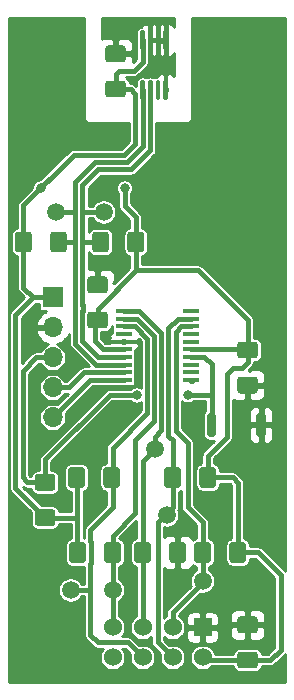
<source format=gbr>
%TF.GenerationSoftware,KiCad,Pcbnew,5.1.6*%
%TF.CreationDate,2020-08-14T17:13:24+01:00*%
%TF.ProjectId,wireless-temperaure-sensor,77697265-6c65-4737-932d-74656d706572,0.2*%
%TF.SameCoordinates,Original*%
%TF.FileFunction,Copper,L1,Top*%
%TF.FilePolarity,Positive*%
%FSLAX46Y46*%
G04 Gerber Fmt 4.6, Leading zero omitted, Abs format (unit mm)*
G04 Created by KiCad (PCBNEW 5.1.6) date 2020-08-14 17:13:24*
%MOMM*%
%LPD*%
G01*
G04 APERTURE LIST*
%TA.AperFunction,ComponentPad*%
%ADD10C,1.500000*%
%TD*%
%TA.AperFunction,ComponentPad*%
%ADD11C,1.524000*%
%TD*%
%TA.AperFunction,ComponentPad*%
%ADD12R,1.524000X1.524000*%
%TD*%
%TA.AperFunction,SMDPad,CuDef*%
%ADD13R,1.350000X0.400000*%
%TD*%
%TA.AperFunction,ComponentPad*%
%ADD14O,1.700000X1.700000*%
%TD*%
%TA.AperFunction,ComponentPad*%
%ADD15R,1.700000X1.700000*%
%TD*%
%TA.AperFunction,ViaPad*%
%ADD16C,0.800000*%
%TD*%
%TA.AperFunction,Conductor*%
%ADD17C,0.400000*%
%TD*%
%TA.AperFunction,Conductor*%
%ADD18C,0.254000*%
%TD*%
G04 APERTURE END LIST*
%TO.P,SW1,1*%
%TO.N,/NRST*%
%TA.AperFunction,SMDPad,CuDef*%
G36*
G01*
X103232000Y-93510000D02*
X103232000Y-91910000D01*
G75*
G02*
X103432000Y-91710000I200000J0D01*
G01*
X103832000Y-91710000D01*
G75*
G02*
X104032000Y-91910000I0J-200000D01*
G01*
X104032000Y-93510000D01*
G75*
G02*
X103832000Y-93710000I-200000J0D01*
G01*
X103432000Y-93710000D01*
G75*
G02*
X103232000Y-93510000I0J200000D01*
G01*
G37*
%TD.AperFunction*%
%TO.P,SW1,2*%
%TO.N,GND*%
%TA.AperFunction,SMDPad,CuDef*%
G36*
G01*
X107432000Y-93510000D02*
X107432000Y-91910000D01*
G75*
G02*
X107632000Y-91710000I200000J0D01*
G01*
X108032000Y-91710000D01*
G75*
G02*
X108232000Y-91910000I0J-200000D01*
G01*
X108232000Y-93510000D01*
G75*
G02*
X108032000Y-93710000I-200000J0D01*
G01*
X107632000Y-93710000D01*
G75*
G02*
X107432000Y-93510000I0J200000D01*
G01*
G37*
%TD.AperFunction*%
%TD*%
D10*
%TO.P,TP7,1*%
%TO.N,/SCL*%
X94488000Y-74676000D03*
%TD*%
%TO.P,TP6,1*%
%TO.N,/SDA*%
X90424000Y-74676000D03*
%TD*%
%TO.P,TP5,1*%
%TO.N,/NRF_CE*%
X102870000Y-105918000D03*
%TD*%
%TO.P,TP4,1*%
%TO.N,/NCSN*%
X99822000Y-100330000D03*
%TD*%
%TO.P,TP3,1*%
%TO.N,/SPI_SCK*%
X98806000Y-94742000D03*
%TD*%
%TO.P,TP2,1*%
%TO.N,/MISO*%
X95250000Y-106680000D03*
%TD*%
%TO.P,TP1,1*%
%TO.N,/MOSI*%
X91694000Y-106680000D03*
%TD*%
D11*
%TO.P,U2,8*%
%TO.N,Net-(U2-Pad8)*%
X95250000Y-112395000D03*
%TO.P,U2,7*%
%TO.N,/MISO*%
X95250000Y-109855000D03*
%TO.P,U2,6*%
%TO.N,/MOSI*%
X97790000Y-112395000D03*
%TO.P,U2,5*%
%TO.N,/SPI_SCK*%
X97790000Y-109855000D03*
%TO.P,U2,4*%
%TO.N,/NCSN*%
X100330000Y-112395000D03*
%TO.P,U2,3*%
%TO.N,/NRF_CE*%
X100330000Y-109855000D03*
%TO.P,U2,2*%
%TO.N,VDD*%
X102870000Y-112395000D03*
D12*
%TO.P,U2,1*%
%TO.N,GND*%
X102870000Y-109855000D03*
%TD*%
D13*
%TO.P,U1,10*%
%TO.N,Net-(U1-Pad10)*%
X101935000Y-83050000D03*
%TO.P,U1,11*%
%TO.N,/SPI_SCK*%
X96185000Y-83050000D03*
%TO.P,U1,9*%
%TO.N,/NCSN*%
X101935000Y-83700000D03*
%TO.P,U1,12*%
%TO.N,/MISO*%
X96185000Y-83700000D03*
%TO.P,U1,8*%
%TO.N,/NRF_CE*%
X101935000Y-84350000D03*
%TO.P,U1,13*%
%TO.N,/MOSI*%
X96185000Y-84350000D03*
%TO.P,U1,7*%
%TO.N,Net-(U1-Pad7)*%
X101935000Y-85000000D03*
%TO.P,U1,14*%
%TO.N,Net-(U1-Pad14)*%
X96185000Y-85000000D03*
%TO.P,U1,6*%
%TO.N,Net-(U1-Pad6)*%
X101935000Y-85650000D03*
%TO.P,U1,15*%
%TO.N,GND*%
X96185000Y-85650000D03*
%TO.P,U1,5*%
%TO.N,VDD*%
X101935000Y-86300000D03*
%TO.P,U1,16*%
X96185000Y-86300000D03*
%TO.P,U1,4*%
%TO.N,/NRST*%
X101935000Y-86950000D03*
%TO.P,U1,17*%
%TO.N,/SCL*%
X96185000Y-86950000D03*
%TO.P,U1,3*%
%TO.N,Net-(U1-Pad3)*%
X101935000Y-87600000D03*
%TO.P,U1,18*%
%TO.N,/SDA*%
X96185000Y-87600000D03*
%TO.P,U1,2*%
%TO.N,Net-(U1-Pad2)*%
X101935000Y-88250000D03*
%TO.P,U1,19*%
%TO.N,/SWDIO*%
X96185000Y-88250000D03*
%TO.P,U1,1*%
%TO.N,GND*%
X101935000Y-88900000D03*
%TO.P,U1,20*%
%TO.N,/SWCLK*%
X96185000Y-88900000D03*
%TD*%
%TO.P,R8,2*%
%TO.N,GND*%
%TA.AperFunction,SMDPad,CuDef*%
G36*
G01*
X100052500Y-104130000D02*
X100052500Y-102880000D01*
G75*
G02*
X100302500Y-102630000I250000J0D01*
G01*
X101227500Y-102630000D01*
G75*
G02*
X101477500Y-102880000I0J-250000D01*
G01*
X101477500Y-104130000D01*
G75*
G02*
X101227500Y-104380000I-250000J0D01*
G01*
X100302500Y-104380000D01*
G75*
G02*
X100052500Y-104130000I0J250000D01*
G01*
G37*
%TD.AperFunction*%
%TO.P,R8,1*%
%TO.N,/SPI_SCK*%
%TA.AperFunction,SMDPad,CuDef*%
G36*
G01*
X97077500Y-104130000D02*
X97077500Y-102880000D01*
G75*
G02*
X97327500Y-102630000I250000J0D01*
G01*
X98252500Y-102630000D01*
G75*
G02*
X98502500Y-102880000I0J-250000D01*
G01*
X98502500Y-104130000D01*
G75*
G02*
X98252500Y-104380000I-250000J0D01*
G01*
X97327500Y-104380000D01*
G75*
G02*
X97077500Y-104130000I0J250000D01*
G01*
G37*
%TD.AperFunction*%
%TD*%
%TO.P,R7,2*%
%TO.N,/MOSI*%
%TA.AperFunction,SMDPad,CuDef*%
G36*
G01*
X94464500Y-97780000D02*
X94464500Y-96530000D01*
G75*
G02*
X94714500Y-96280000I250000J0D01*
G01*
X95639500Y-96280000D01*
G75*
G02*
X95889500Y-96530000I0J-250000D01*
G01*
X95889500Y-97780000D01*
G75*
G02*
X95639500Y-98030000I-250000J0D01*
G01*
X94714500Y-98030000D01*
G75*
G02*
X94464500Y-97780000I0J250000D01*
G01*
G37*
%TD.AperFunction*%
%TO.P,R7,1*%
%TO.N,VDD*%
%TA.AperFunction,SMDPad,CuDef*%
G36*
G01*
X91489500Y-97780000D02*
X91489500Y-96530000D01*
G75*
G02*
X91739500Y-96280000I250000J0D01*
G01*
X92664500Y-96280000D01*
G75*
G02*
X92914500Y-96530000I0J-250000D01*
G01*
X92914500Y-97780000D01*
G75*
G02*
X92664500Y-98030000I-250000J0D01*
G01*
X91739500Y-98030000D01*
G75*
G02*
X91489500Y-97780000I0J250000D01*
G01*
G37*
%TD.AperFunction*%
%TD*%
%TO.P,R6,2*%
%TO.N,/MISO*%
%TA.AperFunction,SMDPad,CuDef*%
G36*
G01*
X94537500Y-104130000D02*
X94537500Y-102880000D01*
G75*
G02*
X94787500Y-102630000I250000J0D01*
G01*
X95712500Y-102630000D01*
G75*
G02*
X95962500Y-102880000I0J-250000D01*
G01*
X95962500Y-104130000D01*
G75*
G02*
X95712500Y-104380000I-250000J0D01*
G01*
X94787500Y-104380000D01*
G75*
G02*
X94537500Y-104130000I0J250000D01*
G01*
G37*
%TD.AperFunction*%
%TO.P,R6,1*%
%TO.N,VDD*%
%TA.AperFunction,SMDPad,CuDef*%
G36*
G01*
X91562500Y-104130000D02*
X91562500Y-102880000D01*
G75*
G02*
X91812500Y-102630000I250000J0D01*
G01*
X92737500Y-102630000D01*
G75*
G02*
X92987500Y-102880000I0J-250000D01*
G01*
X92987500Y-104130000D01*
G75*
G02*
X92737500Y-104380000I-250000J0D01*
G01*
X91812500Y-104380000D01*
G75*
G02*
X91562500Y-104130000I0J250000D01*
G01*
G37*
%TD.AperFunction*%
%TD*%
%TO.P,R5,2*%
%TO.N,/NCSN*%
%TA.AperFunction,SMDPad,CuDef*%
G36*
G01*
X101042500Y-96530000D02*
X101042500Y-97780000D01*
G75*
G02*
X100792500Y-98030000I-250000J0D01*
G01*
X99867500Y-98030000D01*
G75*
G02*
X99617500Y-97780000I0J250000D01*
G01*
X99617500Y-96530000D01*
G75*
G02*
X99867500Y-96280000I250000J0D01*
G01*
X100792500Y-96280000D01*
G75*
G02*
X101042500Y-96530000I0J-250000D01*
G01*
G37*
%TD.AperFunction*%
%TO.P,R5,1*%
%TO.N,VDD*%
%TA.AperFunction,SMDPad,CuDef*%
G36*
G01*
X104017500Y-96530000D02*
X104017500Y-97780000D01*
G75*
G02*
X103767500Y-98030000I-250000J0D01*
G01*
X102842500Y-98030000D01*
G75*
G02*
X102592500Y-97780000I0J250000D01*
G01*
X102592500Y-96530000D01*
G75*
G02*
X102842500Y-96280000I250000J0D01*
G01*
X103767500Y-96280000D01*
G75*
G02*
X104017500Y-96530000I0J-250000D01*
G01*
G37*
%TD.AperFunction*%
%TD*%
%TO.P,R4,2*%
%TO.N,/NRF_CE*%
%TA.AperFunction,SMDPad,CuDef*%
G36*
G01*
X103582500Y-102880000D02*
X103582500Y-104130000D01*
G75*
G02*
X103332500Y-104380000I-250000J0D01*
G01*
X102407500Y-104380000D01*
G75*
G02*
X102157500Y-104130000I0J250000D01*
G01*
X102157500Y-102880000D01*
G75*
G02*
X102407500Y-102630000I250000J0D01*
G01*
X103332500Y-102630000D01*
G75*
G02*
X103582500Y-102880000I0J-250000D01*
G01*
G37*
%TD.AperFunction*%
%TO.P,R4,1*%
%TO.N,VDD*%
%TA.AperFunction,SMDPad,CuDef*%
G36*
G01*
X106557500Y-102880000D02*
X106557500Y-104130000D01*
G75*
G02*
X106307500Y-104380000I-250000J0D01*
G01*
X105382500Y-104380000D01*
G75*
G02*
X105132500Y-104130000I0J250000D01*
G01*
X105132500Y-102880000D01*
G75*
G02*
X105382500Y-102630000I250000J0D01*
G01*
X106307500Y-102630000D01*
G75*
G02*
X106557500Y-102880000I0J-250000D01*
G01*
G37*
%TD.AperFunction*%
%TD*%
%TO.P,R3,2*%
%TO.N,/SDA*%
%TA.AperFunction,SMDPad,CuDef*%
G36*
G01*
X89965500Y-77841000D02*
X89965500Y-76591000D01*
G75*
G02*
X90215500Y-76341000I250000J0D01*
G01*
X91140500Y-76341000D01*
G75*
G02*
X91390500Y-76591000I0J-250000D01*
G01*
X91390500Y-77841000D01*
G75*
G02*
X91140500Y-78091000I-250000J0D01*
G01*
X90215500Y-78091000D01*
G75*
G02*
X89965500Y-77841000I0J250000D01*
G01*
G37*
%TD.AperFunction*%
%TO.P,R3,1*%
%TO.N,VDD*%
%TA.AperFunction,SMDPad,CuDef*%
G36*
G01*
X86990500Y-77841000D02*
X86990500Y-76591000D01*
G75*
G02*
X87240500Y-76341000I250000J0D01*
G01*
X88165500Y-76341000D01*
G75*
G02*
X88415500Y-76591000I0J-250000D01*
G01*
X88415500Y-77841000D01*
G75*
G02*
X88165500Y-78091000I-250000J0D01*
G01*
X87240500Y-78091000D01*
G75*
G02*
X86990500Y-77841000I0J250000D01*
G01*
G37*
%TD.AperFunction*%
%TD*%
%TO.P,R2,2*%
%TO.N,/SCL*%
%TA.AperFunction,SMDPad,CuDef*%
G36*
G01*
X94946500Y-76591000D02*
X94946500Y-77841000D01*
G75*
G02*
X94696500Y-78091000I-250000J0D01*
G01*
X93771500Y-78091000D01*
G75*
G02*
X93521500Y-77841000I0J250000D01*
G01*
X93521500Y-76591000D01*
G75*
G02*
X93771500Y-76341000I250000J0D01*
G01*
X94696500Y-76341000D01*
G75*
G02*
X94946500Y-76591000I0J-250000D01*
G01*
G37*
%TD.AperFunction*%
%TO.P,R2,1*%
%TO.N,VDD*%
%TA.AperFunction,SMDPad,CuDef*%
G36*
G01*
X97921500Y-76591000D02*
X97921500Y-77841000D01*
G75*
G02*
X97671500Y-78091000I-250000J0D01*
G01*
X96746500Y-78091000D01*
G75*
G02*
X96496500Y-77841000I0J250000D01*
G01*
X96496500Y-76591000D01*
G75*
G02*
X96746500Y-76341000I250000J0D01*
G01*
X97671500Y-76341000D01*
G75*
G02*
X97921500Y-76591000I0J-250000D01*
G01*
G37*
%TD.AperFunction*%
%TD*%
%TO.P,R1,2*%
%TO.N,/NRST*%
%TA.AperFunction,SMDPad,CuDef*%
G36*
G01*
X90160000Y-98285000D02*
X88910000Y-98285000D01*
G75*
G02*
X88660000Y-98035000I0J250000D01*
G01*
X88660000Y-97110000D01*
G75*
G02*
X88910000Y-96860000I250000J0D01*
G01*
X90160000Y-96860000D01*
G75*
G02*
X90410000Y-97110000I0J-250000D01*
G01*
X90410000Y-98035000D01*
G75*
G02*
X90160000Y-98285000I-250000J0D01*
G01*
G37*
%TD.AperFunction*%
%TO.P,R1,1*%
%TO.N,VDD*%
%TA.AperFunction,SMDPad,CuDef*%
G36*
G01*
X90160000Y-101260000D02*
X88910000Y-101260000D01*
G75*
G02*
X88660000Y-101010000I0J250000D01*
G01*
X88660000Y-100085000D01*
G75*
G02*
X88910000Y-99835000I250000J0D01*
G01*
X90160000Y-99835000D01*
G75*
G02*
X90410000Y-100085000I0J-250000D01*
G01*
X90410000Y-101010000D01*
G75*
G02*
X90160000Y-101260000I-250000J0D01*
G01*
G37*
%TD.AperFunction*%
%TD*%
%TO.P,C5,2*%
%TO.N,GND*%
%TA.AperFunction,SMDPad,CuDef*%
G36*
G01*
X96129000Y-61999500D02*
X94879000Y-61999500D01*
G75*
G02*
X94629000Y-61749500I0J250000D01*
G01*
X94629000Y-60824500D01*
G75*
G02*
X94879000Y-60574500I250000J0D01*
G01*
X96129000Y-60574500D01*
G75*
G02*
X96379000Y-60824500I0J-250000D01*
G01*
X96379000Y-61749500D01*
G75*
G02*
X96129000Y-61999500I-250000J0D01*
G01*
G37*
%TD.AperFunction*%
%TO.P,C5,1*%
%TO.N,VDD*%
%TA.AperFunction,SMDPad,CuDef*%
G36*
G01*
X96129000Y-64974500D02*
X94879000Y-64974500D01*
G75*
G02*
X94629000Y-64724500I0J250000D01*
G01*
X94629000Y-63799500D01*
G75*
G02*
X94879000Y-63549500I250000J0D01*
G01*
X96129000Y-63549500D01*
G75*
G02*
X96379000Y-63799500I0J-250000D01*
G01*
X96379000Y-64724500D01*
G75*
G02*
X96129000Y-64974500I-250000J0D01*
G01*
G37*
%TD.AperFunction*%
%TD*%
%TO.P,C4,2*%
%TO.N,GND*%
%TA.AperFunction,SMDPad,CuDef*%
G36*
G01*
X107305000Y-110350000D02*
X106055000Y-110350000D01*
G75*
G02*
X105805000Y-110100000I0J250000D01*
G01*
X105805000Y-109175000D01*
G75*
G02*
X106055000Y-108925000I250000J0D01*
G01*
X107305000Y-108925000D01*
G75*
G02*
X107555000Y-109175000I0J-250000D01*
G01*
X107555000Y-110100000D01*
G75*
G02*
X107305000Y-110350000I-250000J0D01*
G01*
G37*
%TD.AperFunction*%
%TO.P,C4,1*%
%TO.N,VDD*%
%TA.AperFunction,SMDPad,CuDef*%
G36*
G01*
X107305000Y-113325000D02*
X106055000Y-113325000D01*
G75*
G02*
X105805000Y-113075000I0J250000D01*
G01*
X105805000Y-112150000D01*
G75*
G02*
X106055000Y-111900000I250000J0D01*
G01*
X107305000Y-111900000D01*
G75*
G02*
X107555000Y-112150000I0J-250000D01*
G01*
X107555000Y-113075000D01*
G75*
G02*
X107305000Y-113325000I-250000J0D01*
G01*
G37*
%TD.AperFunction*%
%TD*%
%TO.P,C3,2*%
%TO.N,GND*%
%TA.AperFunction,SMDPad,CuDef*%
G36*
G01*
X94605000Y-81557500D02*
X93355000Y-81557500D01*
G75*
G02*
X93105000Y-81307500I0J250000D01*
G01*
X93105000Y-80382500D01*
G75*
G02*
X93355000Y-80132500I250000J0D01*
G01*
X94605000Y-80132500D01*
G75*
G02*
X94855000Y-80382500I0J-250000D01*
G01*
X94855000Y-81307500D01*
G75*
G02*
X94605000Y-81557500I-250000J0D01*
G01*
G37*
%TD.AperFunction*%
%TO.P,C3,1*%
%TO.N,VDD*%
%TA.AperFunction,SMDPad,CuDef*%
G36*
G01*
X94605000Y-84532500D02*
X93355000Y-84532500D01*
G75*
G02*
X93105000Y-84282500I0J250000D01*
G01*
X93105000Y-83357500D01*
G75*
G02*
X93355000Y-83107500I250000J0D01*
G01*
X94605000Y-83107500D01*
G75*
G02*
X94855000Y-83357500I0J-250000D01*
G01*
X94855000Y-84282500D01*
G75*
G02*
X94605000Y-84532500I-250000J0D01*
G01*
G37*
%TD.AperFunction*%
%TD*%
%TO.P,C2,2*%
%TO.N,GND*%
%TA.AperFunction,SMDPad,CuDef*%
G36*
G01*
X106055000Y-88622500D02*
X107305000Y-88622500D01*
G75*
G02*
X107555000Y-88872500I0J-250000D01*
G01*
X107555000Y-89797500D01*
G75*
G02*
X107305000Y-90047500I-250000J0D01*
G01*
X106055000Y-90047500D01*
G75*
G02*
X105805000Y-89797500I0J250000D01*
G01*
X105805000Y-88872500D01*
G75*
G02*
X106055000Y-88622500I250000J0D01*
G01*
G37*
%TD.AperFunction*%
%TO.P,C2,1*%
%TO.N,VDD*%
%TA.AperFunction,SMDPad,CuDef*%
G36*
G01*
X106055000Y-85647500D02*
X107305000Y-85647500D01*
G75*
G02*
X107555000Y-85897500I0J-250000D01*
G01*
X107555000Y-86822500D01*
G75*
G02*
X107305000Y-87072500I-250000J0D01*
G01*
X106055000Y-87072500D01*
G75*
G02*
X105805000Y-86822500I0J250000D01*
G01*
X105805000Y-85897500D01*
G75*
G02*
X106055000Y-85647500I250000J0D01*
G01*
G37*
%TD.AperFunction*%
%TD*%
D14*
%TO.P,J1,5*%
%TO.N,/SWCLK*%
X90170000Y-92075000D03*
%TO.P,J1,4*%
%TO.N,/SWDIO*%
X90170000Y-89535000D03*
%TO.P,J1,3*%
%TO.N,/NRST*%
X90170000Y-86995000D03*
%TO.P,J1,2*%
%TO.N,GND*%
X90170000Y-84455000D03*
D15*
%TO.P,J1,1*%
%TO.N,VDD*%
X90170000Y-81915000D03*
%TD*%
%TO.P,U3,8*%
%TO.N,VDD*%
%TA.AperFunction,SMDPad,CuDef*%
G36*
G01*
X97890000Y-60930000D02*
X97690000Y-60930000D01*
G75*
G02*
X97590000Y-60830000I0J100000D01*
G01*
X97590000Y-59405000D01*
G75*
G02*
X97690000Y-59305000I100000J0D01*
G01*
X97890000Y-59305000D01*
G75*
G02*
X97990000Y-59405000I0J-100000D01*
G01*
X97990000Y-60830000D01*
G75*
G02*
X97890000Y-60930000I-100000J0D01*
G01*
G37*
%TD.AperFunction*%
%TO.P,U3,7*%
%TO.N,GND*%
%TA.AperFunction,SMDPad,CuDef*%
G36*
G01*
X98540000Y-60930000D02*
X98340000Y-60930000D01*
G75*
G02*
X98240000Y-60830000I0J100000D01*
G01*
X98240000Y-59405000D01*
G75*
G02*
X98340000Y-59305000I100000J0D01*
G01*
X98540000Y-59305000D01*
G75*
G02*
X98640000Y-59405000I0J-100000D01*
G01*
X98640000Y-60830000D01*
G75*
G02*
X98540000Y-60930000I-100000J0D01*
G01*
G37*
%TD.AperFunction*%
%TO.P,U3,6*%
%TA.AperFunction,SMDPad,CuDef*%
G36*
G01*
X99190000Y-60930000D02*
X98990000Y-60930000D01*
G75*
G02*
X98890000Y-60830000I0J100000D01*
G01*
X98890000Y-59405000D01*
G75*
G02*
X98990000Y-59305000I100000J0D01*
G01*
X99190000Y-59305000D01*
G75*
G02*
X99290000Y-59405000I0J-100000D01*
G01*
X99290000Y-60830000D01*
G75*
G02*
X99190000Y-60930000I-100000J0D01*
G01*
G37*
%TD.AperFunction*%
%TO.P,U3,5*%
%TA.AperFunction,SMDPad,CuDef*%
G36*
G01*
X99840000Y-60930000D02*
X99640000Y-60930000D01*
G75*
G02*
X99540000Y-60830000I0J100000D01*
G01*
X99540000Y-59405000D01*
G75*
G02*
X99640000Y-59305000I100000J0D01*
G01*
X99840000Y-59305000D01*
G75*
G02*
X99940000Y-59405000I0J-100000D01*
G01*
X99940000Y-60830000D01*
G75*
G02*
X99840000Y-60930000I-100000J0D01*
G01*
G37*
%TD.AperFunction*%
%TO.P,U3,4*%
%TA.AperFunction,SMDPad,CuDef*%
G36*
G01*
X99840000Y-65155000D02*
X99640000Y-65155000D01*
G75*
G02*
X99540000Y-65055000I0J100000D01*
G01*
X99540000Y-63630000D01*
G75*
G02*
X99640000Y-63530000I100000J0D01*
G01*
X99840000Y-63530000D01*
G75*
G02*
X99940000Y-63630000I0J-100000D01*
G01*
X99940000Y-65055000D01*
G75*
G02*
X99840000Y-65155000I-100000J0D01*
G01*
G37*
%TD.AperFunction*%
%TO.P,U3,3*%
%TO.N,Net-(U3-Pad3)*%
%TA.AperFunction,SMDPad,CuDef*%
G36*
G01*
X99190000Y-65155000D02*
X98990000Y-65155000D01*
G75*
G02*
X98890000Y-65055000I0J100000D01*
G01*
X98890000Y-63630000D01*
G75*
G02*
X98990000Y-63530000I100000J0D01*
G01*
X99190000Y-63530000D01*
G75*
G02*
X99290000Y-63630000I0J-100000D01*
G01*
X99290000Y-65055000D01*
G75*
G02*
X99190000Y-65155000I-100000J0D01*
G01*
G37*
%TD.AperFunction*%
%TO.P,U3,2*%
%TO.N,/SCL*%
%TA.AperFunction,SMDPad,CuDef*%
G36*
G01*
X98540000Y-65155000D02*
X98340000Y-65155000D01*
G75*
G02*
X98240000Y-65055000I0J100000D01*
G01*
X98240000Y-63630000D01*
G75*
G02*
X98340000Y-63530000I100000J0D01*
G01*
X98540000Y-63530000D01*
G75*
G02*
X98640000Y-63630000I0J-100000D01*
G01*
X98640000Y-65055000D01*
G75*
G02*
X98540000Y-65155000I-100000J0D01*
G01*
G37*
%TD.AperFunction*%
%TO.P,U3,1*%
%TO.N,/SDA*%
%TA.AperFunction,SMDPad,CuDef*%
G36*
G01*
X97890000Y-65155000D02*
X97690000Y-65155000D01*
G75*
G02*
X97590000Y-65055000I0J100000D01*
G01*
X97590000Y-63630000D01*
G75*
G02*
X97690000Y-63530000I100000J0D01*
G01*
X97890000Y-63530000D01*
G75*
G02*
X97990000Y-63630000I0J-100000D01*
G01*
X97990000Y-65055000D01*
G75*
G02*
X97890000Y-65155000I-100000J0D01*
G01*
G37*
%TD.AperFunction*%
%TD*%
D16*
%TO.N,VDD*%
X96266000Y-72644000D03*
X89154000Y-72644000D03*
%TO.N,GND*%
X98806000Y-61976000D03*
X95250000Y-59436000D03*
X96520000Y-59436000D03*
X99822000Y-61976000D03*
X101600000Y-101600000D03*
X100584000Y-101600000D03*
X94742000Y-85344000D03*
X108458000Y-89916000D03*
X108458000Y-88900000D03*
X109220000Y-92202000D03*
X109220000Y-93218000D03*
X103886000Y-70866000D03*
X103886000Y-71882000D03*
X93726000Y-78994000D03*
X94742000Y-78994000D03*
X96774000Y-101854000D03*
X96520000Y-108712000D03*
X93218000Y-100330000D03*
X101600000Y-91186000D03*
X102616000Y-91186000D03*
%TO.N,/NRST*%
X101600000Y-90170000D03*
X97282000Y-90170000D03*
%TD*%
D17*
%TO.N,/MISO*%
X95250000Y-103505000D02*
X95250000Y-109855000D01*
X95250000Y-102108000D02*
X95250000Y-103505000D01*
X97189990Y-93945010D02*
X97189990Y-100168010D01*
X97189990Y-100168010D02*
X95250000Y-102108000D01*
X98783967Y-92351033D02*
X97189990Y-93945010D01*
X98783967Y-85155423D02*
X98783967Y-92351033D01*
X97328544Y-83700000D02*
X98783967Y-85155423D01*
X96185000Y-83700000D02*
X97328544Y-83700000D01*
%TO.N,/MOSI*%
X93218000Y-106680000D02*
X91694000Y-106680000D01*
X93345000Y-106553000D02*
X93218000Y-106680000D01*
X93387510Y-104399246D02*
X93345000Y-104441756D01*
X96520000Y-111125000D02*
X97790000Y-112395000D01*
X97130002Y-84350000D02*
X98183956Y-85403954D01*
X98183956Y-91688564D02*
X95250000Y-94622520D01*
X95250000Y-94622520D02*
X95250000Y-99695000D01*
X93345000Y-101600000D02*
X93345000Y-102568244D01*
X96185000Y-84350000D02*
X97130002Y-84350000D01*
X95250000Y-99695000D02*
X93345000Y-101600000D01*
X93387510Y-102610754D02*
X93387510Y-104399246D01*
X93345000Y-110490000D02*
X93980000Y-111125000D01*
X98183956Y-85403954D02*
X98183956Y-91688564D01*
X93345000Y-102568244D02*
X93387510Y-102610754D01*
X93345000Y-104441756D02*
X93345000Y-110490000D01*
X93980000Y-111125000D02*
X96520000Y-111125000D01*
%TO.N,/SPI_SCK*%
X97790000Y-109855000D02*
X97790000Y-103505000D01*
X97527087Y-83050000D02*
X96185000Y-83050000D01*
X99383978Y-84906891D02*
X97527087Y-83050000D01*
X97790000Y-103505000D02*
X97790000Y-95758000D01*
X97790000Y-95758000D02*
X98806000Y-94742000D01*
X98806000Y-94742000D02*
X98806000Y-93726000D01*
X99383978Y-93148022D02*
X99383978Y-84906891D01*
X98806000Y-93726000D02*
X99383978Y-93148022D01*
%TO.N,/NCSN*%
X99060000Y-111125000D02*
X100330000Y-112395000D01*
X99060000Y-100965000D02*
X99060000Y-111125000D01*
X100330000Y-99695000D02*
X99060000Y-100965000D01*
X100330000Y-97155000D02*
X100330000Y-99695000D01*
X99983989Y-93633989D02*
X100330000Y-93980000D01*
X99983989Y-84514740D02*
X99983989Y-93633989D01*
X100330000Y-93980000D02*
X100330000Y-97155000D01*
X100798729Y-83700000D02*
X99983989Y-84514740D01*
X101935000Y-83700000D02*
X100798729Y-83700000D01*
%TO.N,/NRF_CE*%
X100330000Y-109855000D02*
X100330000Y-108585000D01*
X102870000Y-106045000D02*
X102870000Y-103505000D01*
X100330000Y-108585000D02*
X102870000Y-106045000D01*
X102870000Y-100965000D02*
X102870000Y-103505000D01*
X101600000Y-99695000D02*
X102870000Y-100965000D01*
X101600000Y-94234000D02*
X101600000Y-99695000D01*
X100584000Y-84836000D02*
X100584000Y-93218000D01*
X100584000Y-93218000D02*
X101600000Y-94234000D01*
X101070000Y-84350000D02*
X100584000Y-84836000D01*
X101935000Y-84350000D02*
X101070000Y-84350000D01*
%TO.N,VDD*%
X105845000Y-103505000D02*
X105845000Y-97590000D01*
X105410000Y-97155000D02*
X103305000Y-97155000D01*
X105845000Y-97590000D02*
X105410000Y-97155000D01*
X97209000Y-79622756D02*
X97209000Y-77216000D01*
X93980000Y-82851756D02*
X97209000Y-79622756D01*
X93980000Y-83820000D02*
X93980000Y-82851756D01*
X87703000Y-81099000D02*
X87703000Y-77216000D01*
X88519000Y-81915000D02*
X87703000Y-81099000D01*
X90170000Y-81915000D02*
X88519000Y-81915000D01*
X103305000Y-95323000D02*
X103305000Y-97155000D01*
X104902000Y-93726000D02*
X103305000Y-95323000D01*
X104902000Y-88392000D02*
X104902000Y-93726000D01*
X105410000Y-87884000D02*
X104902000Y-88392000D01*
X106172000Y-87884000D02*
X105410000Y-87884000D01*
X106680000Y-87376000D02*
X106172000Y-87884000D01*
X106680000Y-86360000D02*
X106680000Y-87376000D01*
X102482756Y-79622756D02*
X97209000Y-79622756D01*
X106680000Y-83820000D02*
X102482756Y-79622756D01*
X106680000Y-86360000D02*
X106680000Y-83820000D01*
X106620000Y-86300000D02*
X106680000Y-86360000D01*
X101935000Y-86300000D02*
X106620000Y-86300000D01*
X92238500Y-100547500D02*
X92275000Y-100511000D01*
X89535000Y-100547500D02*
X92238500Y-100547500D01*
X92275000Y-103505000D02*
X92275000Y-100511000D01*
X87029991Y-83404009D02*
X88519000Y-81915000D01*
X87029991Y-98042491D02*
X87029991Y-83404009D01*
X89535000Y-100547500D02*
X87029991Y-98042491D01*
X92275000Y-97228000D02*
X92202000Y-97155000D01*
X92275000Y-100511000D02*
X92275000Y-97228000D01*
X109474000Y-105410000D02*
X107569000Y-103505000D01*
X107569000Y-103505000D02*
X105845000Y-103505000D01*
X109474000Y-111760000D02*
X109474000Y-105410000D01*
X108621500Y-112612500D02*
X109474000Y-111760000D01*
X103087500Y-112612500D02*
X108621500Y-112612500D01*
X102870000Y-112395000D02*
X103087500Y-112612500D01*
X95504000Y-64262000D02*
X95504000Y-62992000D01*
X95504000Y-62992000D02*
X95758000Y-62738000D01*
X95758000Y-62738000D02*
X97028000Y-62738000D01*
X97790000Y-61976000D02*
X97790000Y-60117500D01*
X97028000Y-62738000D02*
X97790000Y-61976000D01*
X97209000Y-77216000D02*
X97209000Y-75111000D01*
X96266000Y-74168000D02*
X96266000Y-72644000D01*
X97209000Y-75111000D02*
X96266000Y-74168000D01*
X87703000Y-74095000D02*
X87703000Y-77216000D01*
X91948000Y-69850000D02*
X87703000Y-74095000D01*
X97189989Y-64677989D02*
X97189989Y-68882740D01*
X96222729Y-69850000D02*
X91948000Y-69850000D01*
X97189989Y-68882740D02*
X96222729Y-69850000D01*
X96774000Y-64262000D02*
X97189989Y-64677989D01*
X95504000Y-64262000D02*
X96774000Y-64262000D01*
X94428000Y-86300000D02*
X96185000Y-86300000D01*
X93726000Y-85598000D02*
X94428000Y-86300000D01*
X93726000Y-84074000D02*
X93726000Y-85598000D01*
X93980000Y-83820000D02*
X93726000Y-84074000D01*
%TO.N,GND*%
X99090000Y-60117500D02*
X99740000Y-60117500D01*
X99740000Y-61894000D02*
X99822000Y-61976000D01*
X99740000Y-60117500D02*
X99740000Y-61894000D01*
X98440000Y-61610000D02*
X98806000Y-61976000D01*
X98440000Y-60117500D02*
X98440000Y-61610000D01*
X99090000Y-61692000D02*
X98806000Y-61976000D01*
X99090000Y-60117500D02*
X99090000Y-61692000D01*
X98440000Y-60117500D02*
X98440000Y-58786000D01*
X98440000Y-60117500D02*
X99090000Y-60117500D01*
X99090000Y-60117500D02*
X99090000Y-58704000D01*
X99740000Y-60117500D02*
X99740000Y-58502000D01*
%TO.N,/SCL*%
X96185000Y-86950000D02*
X94062000Y-86950000D01*
X94062000Y-86950000D02*
X92704990Y-85592990D01*
X92704990Y-83088254D02*
X92710000Y-83083244D01*
X92704990Y-85592990D02*
X92704990Y-83088254D01*
X92710000Y-83083244D02*
X92710000Y-82550000D01*
X92704990Y-82544990D02*
X92710000Y-82550000D01*
X92710000Y-77216000D02*
X92704990Y-77221010D01*
X94234000Y-77216000D02*
X92710000Y-77216000D01*
X92704990Y-77221010D02*
X92704990Y-82544990D01*
X92710000Y-74676000D02*
X92704990Y-74681010D01*
X94234000Y-74676000D02*
X92710000Y-74676000D01*
X92704990Y-74681010D02*
X92704990Y-77221010D01*
X92704990Y-72395010D02*
X92704990Y-74681010D01*
X98440000Y-64342500D02*
X98440000Y-69454000D01*
X98440000Y-69454000D02*
X96816510Y-71077490D01*
X96816510Y-71077490D02*
X94022510Y-71077490D01*
X94022510Y-71077490D02*
X92704990Y-72395010D01*
%TO.N,/SDA*%
X97839990Y-64392490D02*
X97790000Y-64342500D01*
X93863457Y-87600000D02*
X92075000Y-85811543D01*
X96185000Y-87600000D02*
X93863457Y-87600000D01*
X91948000Y-77216000D02*
X92075000Y-77089000D01*
X90678000Y-77216000D02*
X91948000Y-77216000D01*
X92075000Y-85811543D02*
X92075000Y-77089000D01*
X91948000Y-74676000D02*
X92075000Y-74549000D01*
X90424000Y-74676000D02*
X91948000Y-74676000D01*
X92075000Y-77089000D02*
X92075000Y-74549000D01*
X96471261Y-70450011D02*
X97790000Y-69131272D01*
X92075000Y-74549000D02*
X92075000Y-72176457D01*
X92075000Y-72176457D02*
X93801446Y-70450011D01*
X97790000Y-69131272D02*
X97790000Y-64342500D01*
X93801446Y-70450011D02*
X96471261Y-70450011D01*
%TO.N,/SWCLK*%
X93345000Y-88900000D02*
X90170000Y-92075000D01*
X96185000Y-88900000D02*
X93345000Y-88900000D01*
%TO.N,/SWDIO*%
X95239998Y-88250000D02*
X96185000Y-88250000D01*
X95224998Y-88265000D02*
X95239998Y-88250000D01*
X92837000Y-88265000D02*
X95224998Y-88265000D01*
X91567000Y-89535000D02*
X92837000Y-88265000D01*
X90170000Y-89535000D02*
X91567000Y-89535000D01*
%TO.N,/NRST*%
X88047500Y-97572500D02*
X89535000Y-97572500D01*
X87630000Y-97155000D02*
X88047500Y-97572500D01*
X87630000Y-88138000D02*
X87630000Y-97155000D01*
X88773000Y-86995000D02*
X87630000Y-88138000D01*
X90170000Y-86995000D02*
X88773000Y-86995000D01*
X103632000Y-90170016D02*
X103632008Y-90170008D01*
X103632008Y-87572008D02*
X103632008Y-90170008D01*
X101935000Y-86950000D02*
X103010000Y-86950000D01*
X103632000Y-92710000D02*
X103632000Y-90170016D01*
X103010000Y-86950000D02*
X103632008Y-87572008D01*
X89535000Y-97572500D02*
X89535000Y-95631000D01*
X89535000Y-95631000D02*
X94996000Y-90170000D01*
X94996000Y-90170000D02*
X97282000Y-90170000D01*
X101600016Y-90170016D02*
X101600000Y-90170000D01*
X103632000Y-90170016D02*
X101600016Y-90170016D01*
%TD*%
D18*
%TO.N,GND*%
G36*
X92866000Y-66784708D02*
G01*
X92864297Y-66802000D01*
X92871093Y-66871004D01*
X92891221Y-66937356D01*
X92923907Y-66998507D01*
X92967894Y-67052106D01*
X93021493Y-67096093D01*
X93082644Y-67128779D01*
X93148996Y-67148907D01*
X93218000Y-67155703D01*
X93235291Y-67154000D01*
X96502709Y-67154000D01*
X96520000Y-67155703D01*
X96589004Y-67148907D01*
X96655356Y-67128779D01*
X96662990Y-67124699D01*
X96662990Y-68664449D01*
X96004440Y-69323000D01*
X91973881Y-69323000D01*
X91948000Y-69320451D01*
X91922119Y-69323000D01*
X91844690Y-69330626D01*
X91745350Y-69360761D01*
X91653798Y-69409696D01*
X91573552Y-69475552D01*
X91557054Y-69495655D01*
X89135710Y-71917000D01*
X89082397Y-71917000D01*
X88941942Y-71944938D01*
X88809636Y-71999741D01*
X88690564Y-72079302D01*
X88589302Y-72180564D01*
X88509741Y-72299636D01*
X88454938Y-72431942D01*
X88427000Y-72572397D01*
X88427000Y-72625710D01*
X87348666Y-73704045D01*
X87328552Y-73720552D01*
X87262696Y-73800798D01*
X87242042Y-73839440D01*
X87213761Y-73892351D01*
X87183626Y-73991691D01*
X87173451Y-74095000D01*
X87176000Y-74120881D01*
X87176001Y-76018770D01*
X87127624Y-76023535D01*
X87019086Y-76056460D01*
X86919057Y-76109927D01*
X86831381Y-76181881D01*
X86759427Y-76269557D01*
X86705960Y-76369586D01*
X86673035Y-76478124D01*
X86661918Y-76591000D01*
X86661918Y-77841000D01*
X86673035Y-77953876D01*
X86705960Y-78062414D01*
X86759427Y-78162443D01*
X86831381Y-78250119D01*
X86919057Y-78322073D01*
X87019086Y-78375540D01*
X87127624Y-78408465D01*
X87176001Y-78413230D01*
X87176000Y-81073119D01*
X87173451Y-81099000D01*
X87176000Y-81124880D01*
X87183626Y-81202309D01*
X87213761Y-81301649D01*
X87262696Y-81393202D01*
X87328552Y-81473448D01*
X87348666Y-81489955D01*
X87773710Y-81915000D01*
X86675653Y-83013058D01*
X86655544Y-83029561D01*
X86598052Y-83099615D01*
X86589687Y-83109808D01*
X86540752Y-83201360D01*
X86510617Y-83300700D01*
X86500442Y-83404009D01*
X86502992Y-83429900D01*
X86502991Y-98016610D01*
X86500442Y-98042491D01*
X86502991Y-98068371D01*
X86510617Y-98145800D01*
X86540752Y-98245140D01*
X86589687Y-98336693D01*
X86655543Y-98416939D01*
X86675657Y-98433446D01*
X88331418Y-100089208D01*
X88331418Y-101010000D01*
X88342535Y-101122876D01*
X88375460Y-101231414D01*
X88428927Y-101331443D01*
X88500881Y-101419119D01*
X88588557Y-101491073D01*
X88688586Y-101544540D01*
X88797124Y-101577465D01*
X88910000Y-101588582D01*
X90160000Y-101588582D01*
X90272876Y-101577465D01*
X90381414Y-101544540D01*
X90481443Y-101491073D01*
X90569119Y-101419119D01*
X90641073Y-101331443D01*
X90694540Y-101231414D01*
X90727465Y-101122876D01*
X90732229Y-101074500D01*
X91748001Y-101074500D01*
X91748000Y-102307770D01*
X91699624Y-102312535D01*
X91591086Y-102345460D01*
X91491057Y-102398927D01*
X91403381Y-102470881D01*
X91331427Y-102558557D01*
X91277960Y-102658586D01*
X91245035Y-102767124D01*
X91233918Y-102880000D01*
X91233918Y-104130000D01*
X91245035Y-104242876D01*
X91277960Y-104351414D01*
X91331427Y-104451443D01*
X91403381Y-104539119D01*
X91491057Y-104611073D01*
X91591086Y-104664540D01*
X91699624Y-104697465D01*
X91812500Y-104708582D01*
X92737500Y-104708582D01*
X92818000Y-104700654D01*
X92818000Y-106153000D01*
X92637167Y-106153000D01*
X92530560Y-105993453D01*
X92380547Y-105843440D01*
X92204151Y-105725575D01*
X92008149Y-105644389D01*
X91800075Y-105603000D01*
X91587925Y-105603000D01*
X91379851Y-105644389D01*
X91183849Y-105725575D01*
X91007453Y-105843440D01*
X90857440Y-105993453D01*
X90739575Y-106169849D01*
X90658389Y-106365851D01*
X90617000Y-106573925D01*
X90617000Y-106786075D01*
X90658389Y-106994149D01*
X90739575Y-107190151D01*
X90857440Y-107366547D01*
X91007453Y-107516560D01*
X91183849Y-107634425D01*
X91379851Y-107715611D01*
X91587925Y-107757000D01*
X91800075Y-107757000D01*
X92008149Y-107715611D01*
X92204151Y-107634425D01*
X92380547Y-107516560D01*
X92530560Y-107366547D01*
X92637167Y-107207000D01*
X92818000Y-107207000D01*
X92818001Y-110464109D01*
X92815451Y-110490000D01*
X92825626Y-110593309D01*
X92855761Y-110692649D01*
X92886711Y-110750553D01*
X92904697Y-110784202D01*
X92970553Y-110864448D01*
X92990661Y-110880950D01*
X93589053Y-111479344D01*
X93605552Y-111499448D01*
X93685798Y-111565304D01*
X93777350Y-111614239D01*
X93876690Y-111644374D01*
X93980000Y-111654549D01*
X94005881Y-111652000D01*
X94452922Y-111652000D01*
X94404119Y-111700803D01*
X94284941Y-111879165D01*
X94202850Y-112077350D01*
X94161000Y-112287743D01*
X94161000Y-112502257D01*
X94202850Y-112712650D01*
X94284941Y-112910835D01*
X94404119Y-113089197D01*
X94555803Y-113240881D01*
X94734165Y-113360059D01*
X94932350Y-113442150D01*
X95142743Y-113484000D01*
X95357257Y-113484000D01*
X95567650Y-113442150D01*
X95765835Y-113360059D01*
X95944197Y-113240881D01*
X96095881Y-113089197D01*
X96215059Y-112910835D01*
X96297150Y-112712650D01*
X96339000Y-112502257D01*
X96339000Y-112287743D01*
X96297150Y-112077350D01*
X96215059Y-111879165D01*
X96095881Y-111700803D01*
X96047078Y-111652000D01*
X96301711Y-111652000D01*
X96740230Y-112090520D01*
X96701000Y-112287743D01*
X96701000Y-112502257D01*
X96742850Y-112712650D01*
X96824941Y-112910835D01*
X96944119Y-113089197D01*
X97095803Y-113240881D01*
X97274165Y-113360059D01*
X97472350Y-113442150D01*
X97682743Y-113484000D01*
X97897257Y-113484000D01*
X98107650Y-113442150D01*
X98305835Y-113360059D01*
X98484197Y-113240881D01*
X98635881Y-113089197D01*
X98755059Y-112910835D01*
X98837150Y-112712650D01*
X98879000Y-112502257D01*
X98879000Y-112287743D01*
X98837150Y-112077350D01*
X98755059Y-111879165D01*
X98635881Y-111700803D01*
X98484197Y-111549119D01*
X98305835Y-111429941D01*
X98107650Y-111347850D01*
X97897257Y-111306000D01*
X97682743Y-111306000D01*
X97485520Y-111345230D01*
X96910955Y-110770666D01*
X96894448Y-110750552D01*
X96814202Y-110684696D01*
X96722650Y-110635761D01*
X96623310Y-110605626D01*
X96545881Y-110598000D01*
X96520000Y-110595451D01*
X96494119Y-110598000D01*
X96047078Y-110598000D01*
X96095881Y-110549197D01*
X96215059Y-110370835D01*
X96297150Y-110172650D01*
X96339000Y-109962257D01*
X96339000Y-109747743D01*
X96297150Y-109537350D01*
X96215059Y-109339165D01*
X96095881Y-109160803D01*
X95944197Y-109009119D01*
X95777000Y-108897401D01*
X95777000Y-107623167D01*
X95936547Y-107516560D01*
X96086560Y-107366547D01*
X96204425Y-107190151D01*
X96285611Y-106994149D01*
X96327000Y-106786075D01*
X96327000Y-106573925D01*
X96285611Y-106365851D01*
X96204425Y-106169849D01*
X96086560Y-105993453D01*
X95936547Y-105843440D01*
X95777000Y-105736833D01*
X95777000Y-104702229D01*
X95825376Y-104697465D01*
X95933914Y-104664540D01*
X96033943Y-104611073D01*
X96121619Y-104539119D01*
X96193573Y-104451443D01*
X96247040Y-104351414D01*
X96279965Y-104242876D01*
X96291082Y-104130000D01*
X96291082Y-102880000D01*
X96279965Y-102767124D01*
X96247040Y-102658586D01*
X96193573Y-102558557D01*
X96121619Y-102470881D01*
X96033943Y-102398927D01*
X95933914Y-102345460D01*
X95825376Y-102312535D01*
X95793858Y-102309431D01*
X97263000Y-100840289D01*
X97263000Y-102307770D01*
X97214624Y-102312535D01*
X97106086Y-102345460D01*
X97006057Y-102398927D01*
X96918381Y-102470881D01*
X96846427Y-102558557D01*
X96792960Y-102658586D01*
X96760035Y-102767124D01*
X96748918Y-102880000D01*
X96748918Y-104130000D01*
X96760035Y-104242876D01*
X96792960Y-104351414D01*
X96846427Y-104451443D01*
X96918381Y-104539119D01*
X97006057Y-104611073D01*
X97106086Y-104664540D01*
X97214624Y-104697465D01*
X97263001Y-104702230D01*
X97263000Y-108897401D01*
X97095803Y-109009119D01*
X96944119Y-109160803D01*
X96824941Y-109339165D01*
X96742850Y-109537350D01*
X96701000Y-109747743D01*
X96701000Y-109962257D01*
X96742850Y-110172650D01*
X96824941Y-110370835D01*
X96944119Y-110549197D01*
X97095803Y-110700881D01*
X97274165Y-110820059D01*
X97472350Y-110902150D01*
X97682743Y-110944000D01*
X97897257Y-110944000D01*
X98107650Y-110902150D01*
X98305835Y-110820059D01*
X98484197Y-110700881D01*
X98533001Y-110652077D01*
X98533001Y-111099109D01*
X98530451Y-111125000D01*
X98540626Y-111228309D01*
X98570761Y-111327649D01*
X98570762Y-111327650D01*
X98619697Y-111419202D01*
X98685553Y-111499448D01*
X98705662Y-111515951D01*
X99280230Y-112090520D01*
X99241000Y-112287743D01*
X99241000Y-112502257D01*
X99282850Y-112712650D01*
X99364941Y-112910835D01*
X99484119Y-113089197D01*
X99635803Y-113240881D01*
X99814165Y-113360059D01*
X100012350Y-113442150D01*
X100222743Y-113484000D01*
X100437257Y-113484000D01*
X100647650Y-113442150D01*
X100845835Y-113360059D01*
X101024197Y-113240881D01*
X101175881Y-113089197D01*
X101295059Y-112910835D01*
X101377150Y-112712650D01*
X101419000Y-112502257D01*
X101419000Y-112287743D01*
X101377150Y-112077350D01*
X101295059Y-111879165D01*
X101175881Y-111700803D01*
X101024197Y-111549119D01*
X100845835Y-111429941D01*
X100647650Y-111347850D01*
X100437257Y-111306000D01*
X100222743Y-111306000D01*
X100025520Y-111345230D01*
X99587000Y-110906711D01*
X99587000Y-110652078D01*
X99635803Y-110700881D01*
X99814165Y-110820059D01*
X100012350Y-110902150D01*
X100222743Y-110944000D01*
X100437257Y-110944000D01*
X100647650Y-110902150D01*
X100845835Y-110820059D01*
X101024197Y-110700881D01*
X101108078Y-110617000D01*
X101469928Y-110617000D01*
X101482188Y-110741482D01*
X101518498Y-110861180D01*
X101577463Y-110971494D01*
X101656815Y-111068185D01*
X101753506Y-111147537D01*
X101863820Y-111206502D01*
X101983518Y-111242812D01*
X102108000Y-111255072D01*
X102584250Y-111252000D01*
X102743000Y-111093250D01*
X102743000Y-109982000D01*
X102997000Y-109982000D01*
X102997000Y-111093250D01*
X103155750Y-111252000D01*
X103632000Y-111255072D01*
X103756482Y-111242812D01*
X103876180Y-111206502D01*
X103986494Y-111147537D01*
X104083185Y-111068185D01*
X104162537Y-110971494D01*
X104221502Y-110861180D01*
X104257812Y-110741482D01*
X104270072Y-110617000D01*
X104268350Y-110350000D01*
X105166928Y-110350000D01*
X105179188Y-110474482D01*
X105215498Y-110594180D01*
X105274463Y-110704494D01*
X105353815Y-110801185D01*
X105450506Y-110880537D01*
X105560820Y-110939502D01*
X105680518Y-110975812D01*
X105805000Y-110988072D01*
X106394250Y-110985000D01*
X106553000Y-110826250D01*
X106553000Y-109764500D01*
X106807000Y-109764500D01*
X106807000Y-110826250D01*
X106965750Y-110985000D01*
X107555000Y-110988072D01*
X107679482Y-110975812D01*
X107799180Y-110939502D01*
X107909494Y-110880537D01*
X108006185Y-110801185D01*
X108085537Y-110704494D01*
X108144502Y-110594180D01*
X108180812Y-110474482D01*
X108193072Y-110350000D01*
X108190000Y-109923250D01*
X108031250Y-109764500D01*
X106807000Y-109764500D01*
X106553000Y-109764500D01*
X105328750Y-109764500D01*
X105170000Y-109923250D01*
X105166928Y-110350000D01*
X104268350Y-110350000D01*
X104267000Y-110140750D01*
X104108250Y-109982000D01*
X102997000Y-109982000D01*
X102743000Y-109982000D01*
X101631750Y-109982000D01*
X101473000Y-110140750D01*
X101469928Y-110617000D01*
X101108078Y-110617000D01*
X101175881Y-110549197D01*
X101295059Y-110370835D01*
X101377150Y-110172650D01*
X101419000Y-109962257D01*
X101419000Y-109747743D01*
X101377150Y-109537350D01*
X101295059Y-109339165D01*
X101175881Y-109160803D01*
X101108078Y-109093000D01*
X101469928Y-109093000D01*
X101473000Y-109569250D01*
X101631750Y-109728000D01*
X102743000Y-109728000D01*
X102743000Y-108616750D01*
X102997000Y-108616750D01*
X102997000Y-109728000D01*
X104108250Y-109728000D01*
X104267000Y-109569250D01*
X104270072Y-109093000D01*
X104257812Y-108968518D01*
X104244611Y-108925000D01*
X105166928Y-108925000D01*
X105170000Y-109351750D01*
X105328750Y-109510500D01*
X106553000Y-109510500D01*
X106553000Y-108448750D01*
X106807000Y-108448750D01*
X106807000Y-109510500D01*
X108031250Y-109510500D01*
X108190000Y-109351750D01*
X108193072Y-108925000D01*
X108180812Y-108800518D01*
X108144502Y-108680820D01*
X108085537Y-108570506D01*
X108006185Y-108473815D01*
X107909494Y-108394463D01*
X107799180Y-108335498D01*
X107679482Y-108299188D01*
X107555000Y-108286928D01*
X106965750Y-108290000D01*
X106807000Y-108448750D01*
X106553000Y-108448750D01*
X106394250Y-108290000D01*
X105805000Y-108286928D01*
X105680518Y-108299188D01*
X105560820Y-108335498D01*
X105450506Y-108394463D01*
X105353815Y-108473815D01*
X105274463Y-108570506D01*
X105215498Y-108680820D01*
X105179188Y-108800518D01*
X105166928Y-108925000D01*
X104244611Y-108925000D01*
X104221502Y-108848820D01*
X104162537Y-108738506D01*
X104083185Y-108641815D01*
X103986494Y-108562463D01*
X103876180Y-108503498D01*
X103756482Y-108467188D01*
X103632000Y-108454928D01*
X103155750Y-108458000D01*
X102997000Y-108616750D01*
X102743000Y-108616750D01*
X102584250Y-108458000D01*
X102108000Y-108454928D01*
X101983518Y-108467188D01*
X101863820Y-108503498D01*
X101753506Y-108562463D01*
X101656815Y-108641815D01*
X101577463Y-108738506D01*
X101518498Y-108848820D01*
X101482188Y-108968518D01*
X101469928Y-109093000D01*
X101108078Y-109093000D01*
X101024197Y-109009119D01*
X100857000Y-108897401D01*
X100857000Y-108803289D01*
X102681655Y-106978635D01*
X102763925Y-106995000D01*
X102976075Y-106995000D01*
X103184149Y-106953611D01*
X103380151Y-106872425D01*
X103556547Y-106754560D01*
X103706560Y-106604547D01*
X103824425Y-106428151D01*
X103905611Y-106232149D01*
X103947000Y-106024075D01*
X103947000Y-105811925D01*
X103905611Y-105603851D01*
X103824425Y-105407849D01*
X103706560Y-105231453D01*
X103556547Y-105081440D01*
X103397000Y-104974833D01*
X103397000Y-104702229D01*
X103445376Y-104697465D01*
X103553914Y-104664540D01*
X103653943Y-104611073D01*
X103741619Y-104539119D01*
X103813573Y-104451443D01*
X103867040Y-104351414D01*
X103899965Y-104242876D01*
X103911082Y-104130000D01*
X103911082Y-102880000D01*
X103899965Y-102767124D01*
X103867040Y-102658586D01*
X103813573Y-102558557D01*
X103741619Y-102470881D01*
X103653943Y-102398927D01*
X103553914Y-102345460D01*
X103445376Y-102312535D01*
X103397000Y-102307771D01*
X103397000Y-100990880D01*
X103399549Y-100964999D01*
X103389374Y-100861690D01*
X103359239Y-100762350D01*
X103352718Y-100750150D01*
X103310304Y-100670798D01*
X103244448Y-100590552D01*
X103224339Y-100574049D01*
X102127000Y-99476711D01*
X102127000Y-94259881D01*
X102129549Y-94234000D01*
X102119374Y-94130690D01*
X102089239Y-94031350D01*
X102040304Y-93939798D01*
X102030778Y-93928191D01*
X101974448Y-93859552D01*
X101954339Y-93843049D01*
X101111000Y-92999711D01*
X101111000Y-90709134D01*
X101136564Y-90734698D01*
X101255636Y-90814259D01*
X101387942Y-90869062D01*
X101528397Y-90897000D01*
X101671603Y-90897000D01*
X101812058Y-90869062D01*
X101944364Y-90814259D01*
X102063436Y-90734698D01*
X102101118Y-90697016D01*
X103105001Y-90697016D01*
X103105000Y-91497858D01*
X103058236Y-91536236D01*
X102992500Y-91616336D01*
X102943654Y-91707720D01*
X102913575Y-91806879D01*
X102903418Y-91910000D01*
X102903418Y-93510000D01*
X102913575Y-93613121D01*
X102943654Y-93712280D01*
X102992500Y-93803664D01*
X103058236Y-93883764D01*
X103138336Y-93949500D01*
X103229720Y-93998346D01*
X103328879Y-94028425D01*
X103432000Y-94038582D01*
X103832000Y-94038582D01*
X103845454Y-94037257D01*
X102950666Y-94932045D01*
X102930552Y-94948552D01*
X102864696Y-95028798D01*
X102860739Y-95036202D01*
X102815761Y-95120351D01*
X102785626Y-95219691D01*
X102775451Y-95323000D01*
X102778000Y-95348881D01*
X102778000Y-95957770D01*
X102729624Y-95962535D01*
X102621086Y-95995460D01*
X102521057Y-96048927D01*
X102433381Y-96120881D01*
X102361427Y-96208557D01*
X102307960Y-96308586D01*
X102275035Y-96417124D01*
X102263918Y-96530000D01*
X102263918Y-97780000D01*
X102275035Y-97892876D01*
X102307960Y-98001414D01*
X102361427Y-98101443D01*
X102433381Y-98189119D01*
X102521057Y-98261073D01*
X102621086Y-98314540D01*
X102729624Y-98347465D01*
X102842500Y-98358582D01*
X103767500Y-98358582D01*
X103880376Y-98347465D01*
X103988914Y-98314540D01*
X104088943Y-98261073D01*
X104176619Y-98189119D01*
X104248573Y-98101443D01*
X104302040Y-98001414D01*
X104334965Y-97892876D01*
X104346082Y-97780000D01*
X104346082Y-97682000D01*
X105191711Y-97682000D01*
X105318001Y-97808291D01*
X105318000Y-102307770D01*
X105269624Y-102312535D01*
X105161086Y-102345460D01*
X105061057Y-102398927D01*
X104973381Y-102470881D01*
X104901427Y-102558557D01*
X104847960Y-102658586D01*
X104815035Y-102767124D01*
X104803918Y-102880000D01*
X104803918Y-104130000D01*
X104815035Y-104242876D01*
X104847960Y-104351414D01*
X104901427Y-104451443D01*
X104973381Y-104539119D01*
X105061057Y-104611073D01*
X105161086Y-104664540D01*
X105269624Y-104697465D01*
X105382500Y-104708582D01*
X106307500Y-104708582D01*
X106420376Y-104697465D01*
X106528914Y-104664540D01*
X106628943Y-104611073D01*
X106716619Y-104539119D01*
X106788573Y-104451443D01*
X106842040Y-104351414D01*
X106874965Y-104242876D01*
X106886082Y-104130000D01*
X106886082Y-104032000D01*
X107350711Y-104032000D01*
X108947001Y-105628292D01*
X108947000Y-111541710D01*
X108403211Y-112085500D01*
X107877229Y-112085500D01*
X107872465Y-112037124D01*
X107839540Y-111928586D01*
X107786073Y-111828557D01*
X107714119Y-111740881D01*
X107626443Y-111668927D01*
X107526414Y-111615460D01*
X107417876Y-111582535D01*
X107305000Y-111571418D01*
X106055000Y-111571418D01*
X105942124Y-111582535D01*
X105833586Y-111615460D01*
X105733557Y-111668927D01*
X105645881Y-111740881D01*
X105573927Y-111828557D01*
X105520460Y-111928586D01*
X105487535Y-112037124D01*
X105482771Y-112085500D01*
X103918771Y-112085500D01*
X103917150Y-112077350D01*
X103835059Y-111879165D01*
X103715881Y-111700803D01*
X103564197Y-111549119D01*
X103385835Y-111429941D01*
X103187650Y-111347850D01*
X102977257Y-111306000D01*
X102762743Y-111306000D01*
X102552350Y-111347850D01*
X102354165Y-111429941D01*
X102175803Y-111549119D01*
X102024119Y-111700803D01*
X101904941Y-111879165D01*
X101822850Y-112077350D01*
X101781000Y-112287743D01*
X101781000Y-112502257D01*
X101822850Y-112712650D01*
X101904941Y-112910835D01*
X102024119Y-113089197D01*
X102175803Y-113240881D01*
X102354165Y-113360059D01*
X102552350Y-113442150D01*
X102762743Y-113484000D01*
X102977257Y-113484000D01*
X103187650Y-113442150D01*
X103385835Y-113360059D01*
X103564197Y-113240881D01*
X103665578Y-113139500D01*
X105482771Y-113139500D01*
X105487535Y-113187876D01*
X105520460Y-113296414D01*
X105573927Y-113396443D01*
X105645881Y-113484119D01*
X105733557Y-113556073D01*
X105833586Y-113609540D01*
X105942124Y-113642465D01*
X106055000Y-113653582D01*
X107305000Y-113653582D01*
X107417876Y-113642465D01*
X107526414Y-113609540D01*
X107626443Y-113556073D01*
X107714119Y-113484119D01*
X107786073Y-113396443D01*
X107839540Y-113296414D01*
X107872465Y-113187876D01*
X107877229Y-113139500D01*
X108595619Y-113139500D01*
X108621500Y-113142049D01*
X108647381Y-113139500D01*
X108724810Y-113131874D01*
X108824150Y-113101739D01*
X108915702Y-113052804D01*
X108995948Y-112986948D01*
X109012455Y-112966834D01*
X109828339Y-112150951D01*
X109848448Y-112134448D01*
X109884000Y-112091128D01*
X109884000Y-114456000D01*
X86458000Y-114456000D01*
X86458000Y-58264000D01*
X92866001Y-58264000D01*
X92866000Y-66784708D01*
G37*
X92866000Y-66784708D02*
X92864297Y-66802000D01*
X92871093Y-66871004D01*
X92891221Y-66937356D01*
X92923907Y-66998507D01*
X92967894Y-67052106D01*
X93021493Y-67096093D01*
X93082644Y-67128779D01*
X93148996Y-67148907D01*
X93218000Y-67155703D01*
X93235291Y-67154000D01*
X96502709Y-67154000D01*
X96520000Y-67155703D01*
X96589004Y-67148907D01*
X96655356Y-67128779D01*
X96662990Y-67124699D01*
X96662990Y-68664449D01*
X96004440Y-69323000D01*
X91973881Y-69323000D01*
X91948000Y-69320451D01*
X91922119Y-69323000D01*
X91844690Y-69330626D01*
X91745350Y-69360761D01*
X91653798Y-69409696D01*
X91573552Y-69475552D01*
X91557054Y-69495655D01*
X89135710Y-71917000D01*
X89082397Y-71917000D01*
X88941942Y-71944938D01*
X88809636Y-71999741D01*
X88690564Y-72079302D01*
X88589302Y-72180564D01*
X88509741Y-72299636D01*
X88454938Y-72431942D01*
X88427000Y-72572397D01*
X88427000Y-72625710D01*
X87348666Y-73704045D01*
X87328552Y-73720552D01*
X87262696Y-73800798D01*
X87242042Y-73839440D01*
X87213761Y-73892351D01*
X87183626Y-73991691D01*
X87173451Y-74095000D01*
X87176000Y-74120881D01*
X87176001Y-76018770D01*
X87127624Y-76023535D01*
X87019086Y-76056460D01*
X86919057Y-76109927D01*
X86831381Y-76181881D01*
X86759427Y-76269557D01*
X86705960Y-76369586D01*
X86673035Y-76478124D01*
X86661918Y-76591000D01*
X86661918Y-77841000D01*
X86673035Y-77953876D01*
X86705960Y-78062414D01*
X86759427Y-78162443D01*
X86831381Y-78250119D01*
X86919057Y-78322073D01*
X87019086Y-78375540D01*
X87127624Y-78408465D01*
X87176001Y-78413230D01*
X87176000Y-81073119D01*
X87173451Y-81099000D01*
X87176000Y-81124880D01*
X87183626Y-81202309D01*
X87213761Y-81301649D01*
X87262696Y-81393202D01*
X87328552Y-81473448D01*
X87348666Y-81489955D01*
X87773710Y-81915000D01*
X86675653Y-83013058D01*
X86655544Y-83029561D01*
X86598052Y-83099615D01*
X86589687Y-83109808D01*
X86540752Y-83201360D01*
X86510617Y-83300700D01*
X86500442Y-83404009D01*
X86502992Y-83429900D01*
X86502991Y-98016610D01*
X86500442Y-98042491D01*
X86502991Y-98068371D01*
X86510617Y-98145800D01*
X86540752Y-98245140D01*
X86589687Y-98336693D01*
X86655543Y-98416939D01*
X86675657Y-98433446D01*
X88331418Y-100089208D01*
X88331418Y-101010000D01*
X88342535Y-101122876D01*
X88375460Y-101231414D01*
X88428927Y-101331443D01*
X88500881Y-101419119D01*
X88588557Y-101491073D01*
X88688586Y-101544540D01*
X88797124Y-101577465D01*
X88910000Y-101588582D01*
X90160000Y-101588582D01*
X90272876Y-101577465D01*
X90381414Y-101544540D01*
X90481443Y-101491073D01*
X90569119Y-101419119D01*
X90641073Y-101331443D01*
X90694540Y-101231414D01*
X90727465Y-101122876D01*
X90732229Y-101074500D01*
X91748001Y-101074500D01*
X91748000Y-102307770D01*
X91699624Y-102312535D01*
X91591086Y-102345460D01*
X91491057Y-102398927D01*
X91403381Y-102470881D01*
X91331427Y-102558557D01*
X91277960Y-102658586D01*
X91245035Y-102767124D01*
X91233918Y-102880000D01*
X91233918Y-104130000D01*
X91245035Y-104242876D01*
X91277960Y-104351414D01*
X91331427Y-104451443D01*
X91403381Y-104539119D01*
X91491057Y-104611073D01*
X91591086Y-104664540D01*
X91699624Y-104697465D01*
X91812500Y-104708582D01*
X92737500Y-104708582D01*
X92818000Y-104700654D01*
X92818000Y-106153000D01*
X92637167Y-106153000D01*
X92530560Y-105993453D01*
X92380547Y-105843440D01*
X92204151Y-105725575D01*
X92008149Y-105644389D01*
X91800075Y-105603000D01*
X91587925Y-105603000D01*
X91379851Y-105644389D01*
X91183849Y-105725575D01*
X91007453Y-105843440D01*
X90857440Y-105993453D01*
X90739575Y-106169849D01*
X90658389Y-106365851D01*
X90617000Y-106573925D01*
X90617000Y-106786075D01*
X90658389Y-106994149D01*
X90739575Y-107190151D01*
X90857440Y-107366547D01*
X91007453Y-107516560D01*
X91183849Y-107634425D01*
X91379851Y-107715611D01*
X91587925Y-107757000D01*
X91800075Y-107757000D01*
X92008149Y-107715611D01*
X92204151Y-107634425D01*
X92380547Y-107516560D01*
X92530560Y-107366547D01*
X92637167Y-107207000D01*
X92818000Y-107207000D01*
X92818001Y-110464109D01*
X92815451Y-110490000D01*
X92825626Y-110593309D01*
X92855761Y-110692649D01*
X92886711Y-110750553D01*
X92904697Y-110784202D01*
X92970553Y-110864448D01*
X92990661Y-110880950D01*
X93589053Y-111479344D01*
X93605552Y-111499448D01*
X93685798Y-111565304D01*
X93777350Y-111614239D01*
X93876690Y-111644374D01*
X93980000Y-111654549D01*
X94005881Y-111652000D01*
X94452922Y-111652000D01*
X94404119Y-111700803D01*
X94284941Y-111879165D01*
X94202850Y-112077350D01*
X94161000Y-112287743D01*
X94161000Y-112502257D01*
X94202850Y-112712650D01*
X94284941Y-112910835D01*
X94404119Y-113089197D01*
X94555803Y-113240881D01*
X94734165Y-113360059D01*
X94932350Y-113442150D01*
X95142743Y-113484000D01*
X95357257Y-113484000D01*
X95567650Y-113442150D01*
X95765835Y-113360059D01*
X95944197Y-113240881D01*
X96095881Y-113089197D01*
X96215059Y-112910835D01*
X96297150Y-112712650D01*
X96339000Y-112502257D01*
X96339000Y-112287743D01*
X96297150Y-112077350D01*
X96215059Y-111879165D01*
X96095881Y-111700803D01*
X96047078Y-111652000D01*
X96301711Y-111652000D01*
X96740230Y-112090520D01*
X96701000Y-112287743D01*
X96701000Y-112502257D01*
X96742850Y-112712650D01*
X96824941Y-112910835D01*
X96944119Y-113089197D01*
X97095803Y-113240881D01*
X97274165Y-113360059D01*
X97472350Y-113442150D01*
X97682743Y-113484000D01*
X97897257Y-113484000D01*
X98107650Y-113442150D01*
X98305835Y-113360059D01*
X98484197Y-113240881D01*
X98635881Y-113089197D01*
X98755059Y-112910835D01*
X98837150Y-112712650D01*
X98879000Y-112502257D01*
X98879000Y-112287743D01*
X98837150Y-112077350D01*
X98755059Y-111879165D01*
X98635881Y-111700803D01*
X98484197Y-111549119D01*
X98305835Y-111429941D01*
X98107650Y-111347850D01*
X97897257Y-111306000D01*
X97682743Y-111306000D01*
X97485520Y-111345230D01*
X96910955Y-110770666D01*
X96894448Y-110750552D01*
X96814202Y-110684696D01*
X96722650Y-110635761D01*
X96623310Y-110605626D01*
X96545881Y-110598000D01*
X96520000Y-110595451D01*
X96494119Y-110598000D01*
X96047078Y-110598000D01*
X96095881Y-110549197D01*
X96215059Y-110370835D01*
X96297150Y-110172650D01*
X96339000Y-109962257D01*
X96339000Y-109747743D01*
X96297150Y-109537350D01*
X96215059Y-109339165D01*
X96095881Y-109160803D01*
X95944197Y-109009119D01*
X95777000Y-108897401D01*
X95777000Y-107623167D01*
X95936547Y-107516560D01*
X96086560Y-107366547D01*
X96204425Y-107190151D01*
X96285611Y-106994149D01*
X96327000Y-106786075D01*
X96327000Y-106573925D01*
X96285611Y-106365851D01*
X96204425Y-106169849D01*
X96086560Y-105993453D01*
X95936547Y-105843440D01*
X95777000Y-105736833D01*
X95777000Y-104702229D01*
X95825376Y-104697465D01*
X95933914Y-104664540D01*
X96033943Y-104611073D01*
X96121619Y-104539119D01*
X96193573Y-104451443D01*
X96247040Y-104351414D01*
X96279965Y-104242876D01*
X96291082Y-104130000D01*
X96291082Y-102880000D01*
X96279965Y-102767124D01*
X96247040Y-102658586D01*
X96193573Y-102558557D01*
X96121619Y-102470881D01*
X96033943Y-102398927D01*
X95933914Y-102345460D01*
X95825376Y-102312535D01*
X95793858Y-102309431D01*
X97263000Y-100840289D01*
X97263000Y-102307770D01*
X97214624Y-102312535D01*
X97106086Y-102345460D01*
X97006057Y-102398927D01*
X96918381Y-102470881D01*
X96846427Y-102558557D01*
X96792960Y-102658586D01*
X96760035Y-102767124D01*
X96748918Y-102880000D01*
X96748918Y-104130000D01*
X96760035Y-104242876D01*
X96792960Y-104351414D01*
X96846427Y-104451443D01*
X96918381Y-104539119D01*
X97006057Y-104611073D01*
X97106086Y-104664540D01*
X97214624Y-104697465D01*
X97263001Y-104702230D01*
X97263000Y-108897401D01*
X97095803Y-109009119D01*
X96944119Y-109160803D01*
X96824941Y-109339165D01*
X96742850Y-109537350D01*
X96701000Y-109747743D01*
X96701000Y-109962257D01*
X96742850Y-110172650D01*
X96824941Y-110370835D01*
X96944119Y-110549197D01*
X97095803Y-110700881D01*
X97274165Y-110820059D01*
X97472350Y-110902150D01*
X97682743Y-110944000D01*
X97897257Y-110944000D01*
X98107650Y-110902150D01*
X98305835Y-110820059D01*
X98484197Y-110700881D01*
X98533001Y-110652077D01*
X98533001Y-111099109D01*
X98530451Y-111125000D01*
X98540626Y-111228309D01*
X98570761Y-111327649D01*
X98570762Y-111327650D01*
X98619697Y-111419202D01*
X98685553Y-111499448D01*
X98705662Y-111515951D01*
X99280230Y-112090520D01*
X99241000Y-112287743D01*
X99241000Y-112502257D01*
X99282850Y-112712650D01*
X99364941Y-112910835D01*
X99484119Y-113089197D01*
X99635803Y-113240881D01*
X99814165Y-113360059D01*
X100012350Y-113442150D01*
X100222743Y-113484000D01*
X100437257Y-113484000D01*
X100647650Y-113442150D01*
X100845835Y-113360059D01*
X101024197Y-113240881D01*
X101175881Y-113089197D01*
X101295059Y-112910835D01*
X101377150Y-112712650D01*
X101419000Y-112502257D01*
X101419000Y-112287743D01*
X101377150Y-112077350D01*
X101295059Y-111879165D01*
X101175881Y-111700803D01*
X101024197Y-111549119D01*
X100845835Y-111429941D01*
X100647650Y-111347850D01*
X100437257Y-111306000D01*
X100222743Y-111306000D01*
X100025520Y-111345230D01*
X99587000Y-110906711D01*
X99587000Y-110652078D01*
X99635803Y-110700881D01*
X99814165Y-110820059D01*
X100012350Y-110902150D01*
X100222743Y-110944000D01*
X100437257Y-110944000D01*
X100647650Y-110902150D01*
X100845835Y-110820059D01*
X101024197Y-110700881D01*
X101108078Y-110617000D01*
X101469928Y-110617000D01*
X101482188Y-110741482D01*
X101518498Y-110861180D01*
X101577463Y-110971494D01*
X101656815Y-111068185D01*
X101753506Y-111147537D01*
X101863820Y-111206502D01*
X101983518Y-111242812D01*
X102108000Y-111255072D01*
X102584250Y-111252000D01*
X102743000Y-111093250D01*
X102743000Y-109982000D01*
X102997000Y-109982000D01*
X102997000Y-111093250D01*
X103155750Y-111252000D01*
X103632000Y-111255072D01*
X103756482Y-111242812D01*
X103876180Y-111206502D01*
X103986494Y-111147537D01*
X104083185Y-111068185D01*
X104162537Y-110971494D01*
X104221502Y-110861180D01*
X104257812Y-110741482D01*
X104270072Y-110617000D01*
X104268350Y-110350000D01*
X105166928Y-110350000D01*
X105179188Y-110474482D01*
X105215498Y-110594180D01*
X105274463Y-110704494D01*
X105353815Y-110801185D01*
X105450506Y-110880537D01*
X105560820Y-110939502D01*
X105680518Y-110975812D01*
X105805000Y-110988072D01*
X106394250Y-110985000D01*
X106553000Y-110826250D01*
X106553000Y-109764500D01*
X106807000Y-109764500D01*
X106807000Y-110826250D01*
X106965750Y-110985000D01*
X107555000Y-110988072D01*
X107679482Y-110975812D01*
X107799180Y-110939502D01*
X107909494Y-110880537D01*
X108006185Y-110801185D01*
X108085537Y-110704494D01*
X108144502Y-110594180D01*
X108180812Y-110474482D01*
X108193072Y-110350000D01*
X108190000Y-109923250D01*
X108031250Y-109764500D01*
X106807000Y-109764500D01*
X106553000Y-109764500D01*
X105328750Y-109764500D01*
X105170000Y-109923250D01*
X105166928Y-110350000D01*
X104268350Y-110350000D01*
X104267000Y-110140750D01*
X104108250Y-109982000D01*
X102997000Y-109982000D01*
X102743000Y-109982000D01*
X101631750Y-109982000D01*
X101473000Y-110140750D01*
X101469928Y-110617000D01*
X101108078Y-110617000D01*
X101175881Y-110549197D01*
X101295059Y-110370835D01*
X101377150Y-110172650D01*
X101419000Y-109962257D01*
X101419000Y-109747743D01*
X101377150Y-109537350D01*
X101295059Y-109339165D01*
X101175881Y-109160803D01*
X101108078Y-109093000D01*
X101469928Y-109093000D01*
X101473000Y-109569250D01*
X101631750Y-109728000D01*
X102743000Y-109728000D01*
X102743000Y-108616750D01*
X102997000Y-108616750D01*
X102997000Y-109728000D01*
X104108250Y-109728000D01*
X104267000Y-109569250D01*
X104270072Y-109093000D01*
X104257812Y-108968518D01*
X104244611Y-108925000D01*
X105166928Y-108925000D01*
X105170000Y-109351750D01*
X105328750Y-109510500D01*
X106553000Y-109510500D01*
X106553000Y-108448750D01*
X106807000Y-108448750D01*
X106807000Y-109510500D01*
X108031250Y-109510500D01*
X108190000Y-109351750D01*
X108193072Y-108925000D01*
X108180812Y-108800518D01*
X108144502Y-108680820D01*
X108085537Y-108570506D01*
X108006185Y-108473815D01*
X107909494Y-108394463D01*
X107799180Y-108335498D01*
X107679482Y-108299188D01*
X107555000Y-108286928D01*
X106965750Y-108290000D01*
X106807000Y-108448750D01*
X106553000Y-108448750D01*
X106394250Y-108290000D01*
X105805000Y-108286928D01*
X105680518Y-108299188D01*
X105560820Y-108335498D01*
X105450506Y-108394463D01*
X105353815Y-108473815D01*
X105274463Y-108570506D01*
X105215498Y-108680820D01*
X105179188Y-108800518D01*
X105166928Y-108925000D01*
X104244611Y-108925000D01*
X104221502Y-108848820D01*
X104162537Y-108738506D01*
X104083185Y-108641815D01*
X103986494Y-108562463D01*
X103876180Y-108503498D01*
X103756482Y-108467188D01*
X103632000Y-108454928D01*
X103155750Y-108458000D01*
X102997000Y-108616750D01*
X102743000Y-108616750D01*
X102584250Y-108458000D01*
X102108000Y-108454928D01*
X101983518Y-108467188D01*
X101863820Y-108503498D01*
X101753506Y-108562463D01*
X101656815Y-108641815D01*
X101577463Y-108738506D01*
X101518498Y-108848820D01*
X101482188Y-108968518D01*
X101469928Y-109093000D01*
X101108078Y-109093000D01*
X101024197Y-109009119D01*
X100857000Y-108897401D01*
X100857000Y-108803289D01*
X102681655Y-106978635D01*
X102763925Y-106995000D01*
X102976075Y-106995000D01*
X103184149Y-106953611D01*
X103380151Y-106872425D01*
X103556547Y-106754560D01*
X103706560Y-106604547D01*
X103824425Y-106428151D01*
X103905611Y-106232149D01*
X103947000Y-106024075D01*
X103947000Y-105811925D01*
X103905611Y-105603851D01*
X103824425Y-105407849D01*
X103706560Y-105231453D01*
X103556547Y-105081440D01*
X103397000Y-104974833D01*
X103397000Y-104702229D01*
X103445376Y-104697465D01*
X103553914Y-104664540D01*
X103653943Y-104611073D01*
X103741619Y-104539119D01*
X103813573Y-104451443D01*
X103867040Y-104351414D01*
X103899965Y-104242876D01*
X103911082Y-104130000D01*
X103911082Y-102880000D01*
X103899965Y-102767124D01*
X103867040Y-102658586D01*
X103813573Y-102558557D01*
X103741619Y-102470881D01*
X103653943Y-102398927D01*
X103553914Y-102345460D01*
X103445376Y-102312535D01*
X103397000Y-102307771D01*
X103397000Y-100990880D01*
X103399549Y-100964999D01*
X103389374Y-100861690D01*
X103359239Y-100762350D01*
X103352718Y-100750150D01*
X103310304Y-100670798D01*
X103244448Y-100590552D01*
X103224339Y-100574049D01*
X102127000Y-99476711D01*
X102127000Y-94259881D01*
X102129549Y-94234000D01*
X102119374Y-94130690D01*
X102089239Y-94031350D01*
X102040304Y-93939798D01*
X102030778Y-93928191D01*
X101974448Y-93859552D01*
X101954339Y-93843049D01*
X101111000Y-92999711D01*
X101111000Y-90709134D01*
X101136564Y-90734698D01*
X101255636Y-90814259D01*
X101387942Y-90869062D01*
X101528397Y-90897000D01*
X101671603Y-90897000D01*
X101812058Y-90869062D01*
X101944364Y-90814259D01*
X102063436Y-90734698D01*
X102101118Y-90697016D01*
X103105001Y-90697016D01*
X103105000Y-91497858D01*
X103058236Y-91536236D01*
X102992500Y-91616336D01*
X102943654Y-91707720D01*
X102913575Y-91806879D01*
X102903418Y-91910000D01*
X102903418Y-93510000D01*
X102913575Y-93613121D01*
X102943654Y-93712280D01*
X102992500Y-93803664D01*
X103058236Y-93883764D01*
X103138336Y-93949500D01*
X103229720Y-93998346D01*
X103328879Y-94028425D01*
X103432000Y-94038582D01*
X103832000Y-94038582D01*
X103845454Y-94037257D01*
X102950666Y-94932045D01*
X102930552Y-94948552D01*
X102864696Y-95028798D01*
X102860739Y-95036202D01*
X102815761Y-95120351D01*
X102785626Y-95219691D01*
X102775451Y-95323000D01*
X102778000Y-95348881D01*
X102778000Y-95957770D01*
X102729624Y-95962535D01*
X102621086Y-95995460D01*
X102521057Y-96048927D01*
X102433381Y-96120881D01*
X102361427Y-96208557D01*
X102307960Y-96308586D01*
X102275035Y-96417124D01*
X102263918Y-96530000D01*
X102263918Y-97780000D01*
X102275035Y-97892876D01*
X102307960Y-98001414D01*
X102361427Y-98101443D01*
X102433381Y-98189119D01*
X102521057Y-98261073D01*
X102621086Y-98314540D01*
X102729624Y-98347465D01*
X102842500Y-98358582D01*
X103767500Y-98358582D01*
X103880376Y-98347465D01*
X103988914Y-98314540D01*
X104088943Y-98261073D01*
X104176619Y-98189119D01*
X104248573Y-98101443D01*
X104302040Y-98001414D01*
X104334965Y-97892876D01*
X104346082Y-97780000D01*
X104346082Y-97682000D01*
X105191711Y-97682000D01*
X105318001Y-97808291D01*
X105318000Y-102307770D01*
X105269624Y-102312535D01*
X105161086Y-102345460D01*
X105061057Y-102398927D01*
X104973381Y-102470881D01*
X104901427Y-102558557D01*
X104847960Y-102658586D01*
X104815035Y-102767124D01*
X104803918Y-102880000D01*
X104803918Y-104130000D01*
X104815035Y-104242876D01*
X104847960Y-104351414D01*
X104901427Y-104451443D01*
X104973381Y-104539119D01*
X105061057Y-104611073D01*
X105161086Y-104664540D01*
X105269624Y-104697465D01*
X105382500Y-104708582D01*
X106307500Y-104708582D01*
X106420376Y-104697465D01*
X106528914Y-104664540D01*
X106628943Y-104611073D01*
X106716619Y-104539119D01*
X106788573Y-104451443D01*
X106842040Y-104351414D01*
X106874965Y-104242876D01*
X106886082Y-104130000D01*
X106886082Y-104032000D01*
X107350711Y-104032000D01*
X108947001Y-105628292D01*
X108947000Y-111541710D01*
X108403211Y-112085500D01*
X107877229Y-112085500D01*
X107872465Y-112037124D01*
X107839540Y-111928586D01*
X107786073Y-111828557D01*
X107714119Y-111740881D01*
X107626443Y-111668927D01*
X107526414Y-111615460D01*
X107417876Y-111582535D01*
X107305000Y-111571418D01*
X106055000Y-111571418D01*
X105942124Y-111582535D01*
X105833586Y-111615460D01*
X105733557Y-111668927D01*
X105645881Y-111740881D01*
X105573927Y-111828557D01*
X105520460Y-111928586D01*
X105487535Y-112037124D01*
X105482771Y-112085500D01*
X103918771Y-112085500D01*
X103917150Y-112077350D01*
X103835059Y-111879165D01*
X103715881Y-111700803D01*
X103564197Y-111549119D01*
X103385835Y-111429941D01*
X103187650Y-111347850D01*
X102977257Y-111306000D01*
X102762743Y-111306000D01*
X102552350Y-111347850D01*
X102354165Y-111429941D01*
X102175803Y-111549119D01*
X102024119Y-111700803D01*
X101904941Y-111879165D01*
X101822850Y-112077350D01*
X101781000Y-112287743D01*
X101781000Y-112502257D01*
X101822850Y-112712650D01*
X101904941Y-112910835D01*
X102024119Y-113089197D01*
X102175803Y-113240881D01*
X102354165Y-113360059D01*
X102552350Y-113442150D01*
X102762743Y-113484000D01*
X102977257Y-113484000D01*
X103187650Y-113442150D01*
X103385835Y-113360059D01*
X103564197Y-113240881D01*
X103665578Y-113139500D01*
X105482771Y-113139500D01*
X105487535Y-113187876D01*
X105520460Y-113296414D01*
X105573927Y-113396443D01*
X105645881Y-113484119D01*
X105733557Y-113556073D01*
X105833586Y-113609540D01*
X105942124Y-113642465D01*
X106055000Y-113653582D01*
X107305000Y-113653582D01*
X107417876Y-113642465D01*
X107526414Y-113609540D01*
X107626443Y-113556073D01*
X107714119Y-113484119D01*
X107786073Y-113396443D01*
X107839540Y-113296414D01*
X107872465Y-113187876D01*
X107877229Y-113139500D01*
X108595619Y-113139500D01*
X108621500Y-113142049D01*
X108647381Y-113139500D01*
X108724810Y-113131874D01*
X108824150Y-113101739D01*
X108915702Y-113052804D01*
X108995948Y-112986948D01*
X109012455Y-112966834D01*
X109828339Y-112150951D01*
X109848448Y-112134448D01*
X109884000Y-112091128D01*
X109884000Y-114456000D01*
X86458000Y-114456000D01*
X86458000Y-58264000D01*
X92866001Y-58264000D01*
X92866000Y-66784708D01*
G36*
X101073001Y-99669109D02*
G01*
X101070451Y-99695000D01*
X101080626Y-99798309D01*
X101110761Y-99897649D01*
X101155554Y-99981451D01*
X101159697Y-99989202D01*
X101225553Y-100069448D01*
X101245662Y-100085951D01*
X102343000Y-101183290D01*
X102343001Y-102307770D01*
X102294624Y-102312535D01*
X102186086Y-102345460D01*
X102086057Y-102398927D01*
X102073984Y-102408835D01*
X102067002Y-102385820D01*
X102008037Y-102275506D01*
X101928685Y-102178815D01*
X101831994Y-102099463D01*
X101721680Y-102040498D01*
X101601982Y-102004188D01*
X101477500Y-101991928D01*
X101050750Y-101995000D01*
X100892000Y-102153750D01*
X100892000Y-103378000D01*
X100912000Y-103378000D01*
X100912000Y-103632000D01*
X100892000Y-103632000D01*
X100892000Y-104856250D01*
X101050750Y-105015000D01*
X101477500Y-105018072D01*
X101601982Y-105005812D01*
X101721680Y-104969502D01*
X101831994Y-104910537D01*
X101928685Y-104831185D01*
X102008037Y-104734494D01*
X102067002Y-104624180D01*
X102073984Y-104601165D01*
X102086057Y-104611073D01*
X102186086Y-104664540D01*
X102294624Y-104697465D01*
X102343001Y-104702230D01*
X102343000Y-104974833D01*
X102183453Y-105081440D01*
X102033440Y-105231453D01*
X101915575Y-105407849D01*
X101834389Y-105603851D01*
X101793000Y-105811925D01*
X101793000Y-106024075D01*
X101834389Y-106232149D01*
X101864607Y-106305103D01*
X99975662Y-108194049D01*
X99955553Y-108210552D01*
X99898061Y-108280606D01*
X99889696Y-108290799D01*
X99840761Y-108382351D01*
X99810626Y-108481691D01*
X99800451Y-108585000D01*
X99803001Y-108610890D01*
X99803001Y-108897401D01*
X99635803Y-109009119D01*
X99587000Y-109057922D01*
X99587000Y-104813742D01*
X99601315Y-104831185D01*
X99698006Y-104910537D01*
X99808320Y-104969502D01*
X99928018Y-105005812D01*
X100052500Y-105018072D01*
X100479250Y-105015000D01*
X100638000Y-104856250D01*
X100638000Y-103632000D01*
X100618000Y-103632000D01*
X100618000Y-103378000D01*
X100638000Y-103378000D01*
X100638000Y-102153750D01*
X100479250Y-101995000D01*
X100052500Y-101991928D01*
X99928018Y-102004188D01*
X99808320Y-102040498D01*
X99698006Y-102099463D01*
X99601315Y-102178815D01*
X99587000Y-102196258D01*
X99587000Y-101381355D01*
X99715925Y-101407000D01*
X99928075Y-101407000D01*
X100136149Y-101365611D01*
X100332151Y-101284425D01*
X100508547Y-101166560D01*
X100658560Y-101016547D01*
X100776425Y-100840151D01*
X100857611Y-100644149D01*
X100899000Y-100436075D01*
X100899000Y-100223925D01*
X100857611Y-100015851D01*
X100813274Y-99908810D01*
X100819239Y-99897650D01*
X100849374Y-99798310D01*
X100857000Y-99720881D01*
X100859549Y-99695001D01*
X100857000Y-99669120D01*
X100857000Y-98352229D01*
X100905376Y-98347465D01*
X101013914Y-98314540D01*
X101073001Y-98282957D01*
X101073001Y-99669109D01*
G37*
X101073001Y-99669109D02*
X101070451Y-99695000D01*
X101080626Y-99798309D01*
X101110761Y-99897649D01*
X101155554Y-99981451D01*
X101159697Y-99989202D01*
X101225553Y-100069448D01*
X101245662Y-100085951D01*
X102343000Y-101183290D01*
X102343001Y-102307770D01*
X102294624Y-102312535D01*
X102186086Y-102345460D01*
X102086057Y-102398927D01*
X102073984Y-102408835D01*
X102067002Y-102385820D01*
X102008037Y-102275506D01*
X101928685Y-102178815D01*
X101831994Y-102099463D01*
X101721680Y-102040498D01*
X101601982Y-102004188D01*
X101477500Y-101991928D01*
X101050750Y-101995000D01*
X100892000Y-102153750D01*
X100892000Y-103378000D01*
X100912000Y-103378000D01*
X100912000Y-103632000D01*
X100892000Y-103632000D01*
X100892000Y-104856250D01*
X101050750Y-105015000D01*
X101477500Y-105018072D01*
X101601982Y-105005812D01*
X101721680Y-104969502D01*
X101831994Y-104910537D01*
X101928685Y-104831185D01*
X102008037Y-104734494D01*
X102067002Y-104624180D01*
X102073984Y-104601165D01*
X102086057Y-104611073D01*
X102186086Y-104664540D01*
X102294624Y-104697465D01*
X102343001Y-104702230D01*
X102343000Y-104974833D01*
X102183453Y-105081440D01*
X102033440Y-105231453D01*
X101915575Y-105407849D01*
X101834389Y-105603851D01*
X101793000Y-105811925D01*
X101793000Y-106024075D01*
X101834389Y-106232149D01*
X101864607Y-106305103D01*
X99975662Y-108194049D01*
X99955553Y-108210552D01*
X99898061Y-108280606D01*
X99889696Y-108290799D01*
X99840761Y-108382351D01*
X99810626Y-108481691D01*
X99800451Y-108585000D01*
X99803001Y-108610890D01*
X99803001Y-108897401D01*
X99635803Y-109009119D01*
X99587000Y-109057922D01*
X99587000Y-104813742D01*
X99601315Y-104831185D01*
X99698006Y-104910537D01*
X99808320Y-104969502D01*
X99928018Y-105005812D01*
X100052500Y-105018072D01*
X100479250Y-105015000D01*
X100638000Y-104856250D01*
X100638000Y-103632000D01*
X100618000Y-103632000D01*
X100618000Y-103378000D01*
X100638000Y-103378000D01*
X100638000Y-102153750D01*
X100479250Y-101995000D01*
X100052500Y-101991928D01*
X99928018Y-102004188D01*
X99808320Y-102040498D01*
X99698006Y-102099463D01*
X99601315Y-102178815D01*
X99587000Y-102196258D01*
X99587000Y-101381355D01*
X99715925Y-101407000D01*
X99928075Y-101407000D01*
X100136149Y-101365611D01*
X100332151Y-101284425D01*
X100508547Y-101166560D01*
X100658560Y-101016547D01*
X100776425Y-100840151D01*
X100857611Y-100644149D01*
X100899000Y-100436075D01*
X100899000Y-100223925D01*
X100857611Y-100015851D01*
X100813274Y-99908810D01*
X100819239Y-99897650D01*
X100849374Y-99798310D01*
X100857000Y-99720881D01*
X100859549Y-99695001D01*
X100857000Y-99669120D01*
X100857000Y-98352229D01*
X100905376Y-98347465D01*
X101013914Y-98314540D01*
X101073001Y-98282957D01*
X101073001Y-99669109D01*
G36*
X109884000Y-105078873D02*
G01*
X109848448Y-105035552D01*
X109828344Y-105019054D01*
X107959955Y-103150666D01*
X107943448Y-103130552D01*
X107863202Y-103064696D01*
X107771650Y-103015761D01*
X107672310Y-102985626D01*
X107594881Y-102978000D01*
X107569000Y-102975451D01*
X107543119Y-102978000D01*
X106886082Y-102978000D01*
X106886082Y-102880000D01*
X106874965Y-102767124D01*
X106842040Y-102658586D01*
X106788573Y-102558557D01*
X106716619Y-102470881D01*
X106628943Y-102398927D01*
X106528914Y-102345460D01*
X106420376Y-102312535D01*
X106372000Y-102307771D01*
X106372000Y-97615881D01*
X106374549Y-97590000D01*
X106364374Y-97486690D01*
X106334239Y-97387351D01*
X106334239Y-97387350D01*
X106285304Y-97295798D01*
X106219448Y-97215552D01*
X106199339Y-97199049D01*
X105800955Y-96800666D01*
X105784448Y-96780552D01*
X105704202Y-96714696D01*
X105612650Y-96665761D01*
X105513310Y-96635626D01*
X105435881Y-96628000D01*
X105410000Y-96625451D01*
X105384119Y-96628000D01*
X104346082Y-96628000D01*
X104346082Y-96530000D01*
X104334965Y-96417124D01*
X104302040Y-96308586D01*
X104248573Y-96208557D01*
X104176619Y-96120881D01*
X104088943Y-96048927D01*
X103988914Y-95995460D01*
X103880376Y-95962535D01*
X103832000Y-95957771D01*
X103832000Y-95541289D01*
X105256339Y-94116951D01*
X105276448Y-94100448D01*
X105342304Y-94020202D01*
X105391239Y-93928650D01*
X105421374Y-93829310D01*
X105424882Y-93793696D01*
X105431549Y-93726001D01*
X105429974Y-93710000D01*
X106793928Y-93710000D01*
X106806188Y-93834482D01*
X106842498Y-93954180D01*
X106901463Y-94064494D01*
X106980815Y-94161185D01*
X107077506Y-94240537D01*
X107187820Y-94299502D01*
X107307518Y-94335812D01*
X107432000Y-94348072D01*
X107546250Y-94345000D01*
X107705000Y-94186250D01*
X107705000Y-92837000D01*
X107959000Y-92837000D01*
X107959000Y-94186250D01*
X108117750Y-94345000D01*
X108232000Y-94348072D01*
X108356482Y-94335812D01*
X108476180Y-94299502D01*
X108586494Y-94240537D01*
X108683185Y-94161185D01*
X108762537Y-94064494D01*
X108821502Y-93954180D01*
X108857812Y-93834482D01*
X108870072Y-93710000D01*
X108867000Y-92995750D01*
X108708250Y-92837000D01*
X107959000Y-92837000D01*
X107705000Y-92837000D01*
X106955750Y-92837000D01*
X106797000Y-92995750D01*
X106793928Y-93710000D01*
X105429974Y-93710000D01*
X105429000Y-93700119D01*
X105429000Y-91710000D01*
X106793928Y-91710000D01*
X106797000Y-92424250D01*
X106955750Y-92583000D01*
X107705000Y-92583000D01*
X107705000Y-91233750D01*
X107959000Y-91233750D01*
X107959000Y-92583000D01*
X108708250Y-92583000D01*
X108867000Y-92424250D01*
X108870072Y-91710000D01*
X108857812Y-91585518D01*
X108821502Y-91465820D01*
X108762537Y-91355506D01*
X108683185Y-91258815D01*
X108586494Y-91179463D01*
X108476180Y-91120498D01*
X108356482Y-91084188D01*
X108232000Y-91071928D01*
X108117750Y-91075000D01*
X107959000Y-91233750D01*
X107705000Y-91233750D01*
X107546250Y-91075000D01*
X107432000Y-91071928D01*
X107307518Y-91084188D01*
X107187820Y-91120498D01*
X107077506Y-91179463D01*
X106980815Y-91258815D01*
X106901463Y-91355506D01*
X106842498Y-91465820D01*
X106806188Y-91585518D01*
X106793928Y-91710000D01*
X105429000Y-91710000D01*
X105429000Y-90560388D01*
X105450506Y-90578037D01*
X105560820Y-90637002D01*
X105680518Y-90673312D01*
X105805000Y-90685572D01*
X106394250Y-90682500D01*
X106553000Y-90523750D01*
X106553000Y-89462000D01*
X106807000Y-89462000D01*
X106807000Y-90523750D01*
X106965750Y-90682500D01*
X107555000Y-90685572D01*
X107679482Y-90673312D01*
X107799180Y-90637002D01*
X107909494Y-90578037D01*
X108006185Y-90498685D01*
X108085537Y-90401994D01*
X108144502Y-90291680D01*
X108180812Y-90171982D01*
X108193072Y-90047500D01*
X108190000Y-89620750D01*
X108031250Y-89462000D01*
X106807000Y-89462000D01*
X106553000Y-89462000D01*
X106533000Y-89462000D01*
X106533000Y-89208000D01*
X106553000Y-89208000D01*
X106553000Y-89188000D01*
X106807000Y-89188000D01*
X106807000Y-89208000D01*
X108031250Y-89208000D01*
X108190000Y-89049250D01*
X108193072Y-88622500D01*
X108180812Y-88498018D01*
X108144502Y-88378320D01*
X108085537Y-88268006D01*
X108006185Y-88171315D01*
X107909494Y-88091963D01*
X107799180Y-88032998D01*
X107679482Y-87996688D01*
X107555000Y-87984428D01*
X106965750Y-87987500D01*
X106807002Y-88146248D01*
X106807002Y-87994288D01*
X107034339Y-87766951D01*
X107054448Y-87750448D01*
X107120304Y-87670202D01*
X107169239Y-87578650D01*
X107199374Y-87479310D01*
X107207000Y-87401881D01*
X107207000Y-87401879D01*
X107207079Y-87401082D01*
X107305000Y-87401082D01*
X107417876Y-87389965D01*
X107526414Y-87357040D01*
X107626443Y-87303573D01*
X107714119Y-87231619D01*
X107786073Y-87143943D01*
X107839540Y-87043914D01*
X107872465Y-86935376D01*
X107883582Y-86822500D01*
X107883582Y-85897500D01*
X107872465Y-85784624D01*
X107839540Y-85676086D01*
X107786073Y-85576057D01*
X107714119Y-85488381D01*
X107626443Y-85416427D01*
X107526414Y-85362960D01*
X107417876Y-85330035D01*
X107305000Y-85318918D01*
X107207000Y-85318918D01*
X107207000Y-83845877D01*
X107209549Y-83819999D01*
X107207000Y-83794119D01*
X107199374Y-83716690D01*
X107169239Y-83617350D01*
X107120304Y-83525798D01*
X107054448Y-83445552D01*
X107034339Y-83429049D01*
X102873711Y-79268422D01*
X102857204Y-79248308D01*
X102776958Y-79182452D01*
X102685406Y-79133517D01*
X102586066Y-79103382D01*
X102508637Y-79095756D01*
X102482756Y-79093207D01*
X102456875Y-79095756D01*
X97736000Y-79095756D01*
X97736000Y-78413229D01*
X97784376Y-78408465D01*
X97892914Y-78375540D01*
X97992943Y-78322073D01*
X98080619Y-78250119D01*
X98152573Y-78162443D01*
X98206040Y-78062414D01*
X98238965Y-77953876D01*
X98250082Y-77841000D01*
X98250082Y-76591000D01*
X98238965Y-76478124D01*
X98206040Y-76369586D01*
X98152573Y-76269557D01*
X98080619Y-76181881D01*
X97992943Y-76109927D01*
X97892914Y-76056460D01*
X97784376Y-76023535D01*
X97736000Y-76018771D01*
X97736000Y-75136877D01*
X97738549Y-75110999D01*
X97734703Y-75071955D01*
X97728374Y-75007690D01*
X97698239Y-74908350D01*
X97649304Y-74816798D01*
X97583448Y-74736552D01*
X97563339Y-74720049D01*
X96793000Y-73949711D01*
X96793000Y-73145134D01*
X96830698Y-73107436D01*
X96910259Y-72988364D01*
X96965062Y-72856058D01*
X96993000Y-72715603D01*
X96993000Y-72572397D01*
X96965062Y-72431942D01*
X96910259Y-72299636D01*
X96830698Y-72180564D01*
X96729436Y-72079302D01*
X96610364Y-71999741D01*
X96478058Y-71944938D01*
X96337603Y-71917000D01*
X96194397Y-71917000D01*
X96053942Y-71944938D01*
X95921636Y-71999741D01*
X95802564Y-72079302D01*
X95701302Y-72180564D01*
X95621741Y-72299636D01*
X95566938Y-72431942D01*
X95539000Y-72572397D01*
X95539000Y-72715603D01*
X95566938Y-72856058D01*
X95621741Y-72988364D01*
X95701302Y-73107436D01*
X95739001Y-73145135D01*
X95739000Y-74142119D01*
X95736451Y-74168000D01*
X95739000Y-74193880D01*
X95746626Y-74271309D01*
X95776761Y-74370649D01*
X95825696Y-74462202D01*
X95891552Y-74542448D01*
X95911666Y-74558955D01*
X96682001Y-75329291D01*
X96682001Y-76018770D01*
X96633624Y-76023535D01*
X96525086Y-76056460D01*
X96425057Y-76109927D01*
X96337381Y-76181881D01*
X96265427Y-76269557D01*
X96211960Y-76369586D01*
X96179035Y-76478124D01*
X96167918Y-76591000D01*
X96167918Y-77841000D01*
X96179035Y-77953876D01*
X96211960Y-78062414D01*
X96265427Y-78162443D01*
X96337381Y-78250119D01*
X96425057Y-78322073D01*
X96525086Y-78375540D01*
X96633624Y-78408465D01*
X96682001Y-78413230D01*
X96682000Y-79404465D01*
X95368468Y-80717998D01*
X95331252Y-80717998D01*
X95490000Y-80559250D01*
X95493072Y-80132500D01*
X95480812Y-80008018D01*
X95444502Y-79888320D01*
X95385537Y-79778006D01*
X95306185Y-79681315D01*
X95209494Y-79601963D01*
X95099180Y-79542998D01*
X94979482Y-79506688D01*
X94855000Y-79494428D01*
X94265750Y-79497500D01*
X94107000Y-79656250D01*
X94107000Y-80718000D01*
X94127000Y-80718000D01*
X94127000Y-80972000D01*
X94107000Y-80972000D01*
X94107000Y-80992000D01*
X93853000Y-80992000D01*
X93853000Y-80972000D01*
X93833000Y-80972000D01*
X93833000Y-80718000D01*
X93853000Y-80718000D01*
X93853000Y-79656250D01*
X93694250Y-79497500D01*
X93231990Y-79495090D01*
X93231990Y-78046030D01*
X93236960Y-78062414D01*
X93290427Y-78162443D01*
X93362381Y-78250119D01*
X93450057Y-78322073D01*
X93550086Y-78375540D01*
X93658624Y-78408465D01*
X93771500Y-78419582D01*
X94696500Y-78419582D01*
X94809376Y-78408465D01*
X94917914Y-78375540D01*
X95017943Y-78322073D01*
X95105619Y-78250119D01*
X95177573Y-78162443D01*
X95231040Y-78062414D01*
X95263965Y-77953876D01*
X95275082Y-77841000D01*
X95275082Y-76591000D01*
X95263965Y-76478124D01*
X95231040Y-76369586D01*
X95177573Y-76269557D01*
X95105619Y-76181881D01*
X95017943Y-76109927D01*
X94917914Y-76056460D01*
X94809376Y-76023535D01*
X94696500Y-76012418D01*
X93771500Y-76012418D01*
X93658624Y-76023535D01*
X93550086Y-76056460D01*
X93450057Y-76109927D01*
X93362381Y-76181881D01*
X93290427Y-76269557D01*
X93236960Y-76369586D01*
X93231990Y-76385970D01*
X93231990Y-75203000D01*
X93544833Y-75203000D01*
X93651440Y-75362547D01*
X93801453Y-75512560D01*
X93977849Y-75630425D01*
X94173851Y-75711611D01*
X94381925Y-75753000D01*
X94594075Y-75753000D01*
X94802149Y-75711611D01*
X94998151Y-75630425D01*
X95174547Y-75512560D01*
X95324560Y-75362547D01*
X95442425Y-75186151D01*
X95523611Y-74990149D01*
X95565000Y-74782075D01*
X95565000Y-74569925D01*
X95523611Y-74361851D01*
X95442425Y-74165849D01*
X95324560Y-73989453D01*
X95174547Y-73839440D01*
X94998151Y-73721575D01*
X94802149Y-73640389D01*
X94594075Y-73599000D01*
X94381925Y-73599000D01*
X94173851Y-73640389D01*
X93977849Y-73721575D01*
X93801453Y-73839440D01*
X93651440Y-73989453D01*
X93544833Y-74149000D01*
X93231990Y-74149000D01*
X93231990Y-72613299D01*
X94240801Y-71604490D01*
X96790629Y-71604490D01*
X96816510Y-71607039D01*
X96842391Y-71604490D01*
X96919820Y-71596864D01*
X97019160Y-71566729D01*
X97110712Y-71517794D01*
X97190958Y-71451938D01*
X97207465Y-71431824D01*
X98794344Y-69844947D01*
X98814448Y-69828448D01*
X98880304Y-69748202D01*
X98929239Y-69656650D01*
X98959374Y-69557310D01*
X98967000Y-69479881D01*
X98969549Y-69454000D01*
X98967000Y-69428119D01*
X98967000Y-67141628D01*
X98990996Y-67148907D01*
X99042708Y-67154000D01*
X99042709Y-67154000D01*
X99060000Y-67155703D01*
X99077292Y-67154000D01*
X101582708Y-67154000D01*
X101600000Y-67155703D01*
X101617291Y-67154000D01*
X101617292Y-67154000D01*
X101669004Y-67148907D01*
X101735356Y-67128779D01*
X101796507Y-67096093D01*
X101850106Y-67052106D01*
X101894093Y-66998507D01*
X101926779Y-66937356D01*
X101946907Y-66871004D01*
X101953703Y-66802000D01*
X101952000Y-66784708D01*
X101952000Y-58264000D01*
X109884001Y-58264000D01*
X109884000Y-105078873D01*
G37*
X109884000Y-105078873D02*
X109848448Y-105035552D01*
X109828344Y-105019054D01*
X107959955Y-103150666D01*
X107943448Y-103130552D01*
X107863202Y-103064696D01*
X107771650Y-103015761D01*
X107672310Y-102985626D01*
X107594881Y-102978000D01*
X107569000Y-102975451D01*
X107543119Y-102978000D01*
X106886082Y-102978000D01*
X106886082Y-102880000D01*
X106874965Y-102767124D01*
X106842040Y-102658586D01*
X106788573Y-102558557D01*
X106716619Y-102470881D01*
X106628943Y-102398927D01*
X106528914Y-102345460D01*
X106420376Y-102312535D01*
X106372000Y-102307771D01*
X106372000Y-97615881D01*
X106374549Y-97590000D01*
X106364374Y-97486690D01*
X106334239Y-97387351D01*
X106334239Y-97387350D01*
X106285304Y-97295798D01*
X106219448Y-97215552D01*
X106199339Y-97199049D01*
X105800955Y-96800666D01*
X105784448Y-96780552D01*
X105704202Y-96714696D01*
X105612650Y-96665761D01*
X105513310Y-96635626D01*
X105435881Y-96628000D01*
X105410000Y-96625451D01*
X105384119Y-96628000D01*
X104346082Y-96628000D01*
X104346082Y-96530000D01*
X104334965Y-96417124D01*
X104302040Y-96308586D01*
X104248573Y-96208557D01*
X104176619Y-96120881D01*
X104088943Y-96048927D01*
X103988914Y-95995460D01*
X103880376Y-95962535D01*
X103832000Y-95957771D01*
X103832000Y-95541289D01*
X105256339Y-94116951D01*
X105276448Y-94100448D01*
X105342304Y-94020202D01*
X105391239Y-93928650D01*
X105421374Y-93829310D01*
X105424882Y-93793696D01*
X105431549Y-93726001D01*
X105429974Y-93710000D01*
X106793928Y-93710000D01*
X106806188Y-93834482D01*
X106842498Y-93954180D01*
X106901463Y-94064494D01*
X106980815Y-94161185D01*
X107077506Y-94240537D01*
X107187820Y-94299502D01*
X107307518Y-94335812D01*
X107432000Y-94348072D01*
X107546250Y-94345000D01*
X107705000Y-94186250D01*
X107705000Y-92837000D01*
X107959000Y-92837000D01*
X107959000Y-94186250D01*
X108117750Y-94345000D01*
X108232000Y-94348072D01*
X108356482Y-94335812D01*
X108476180Y-94299502D01*
X108586494Y-94240537D01*
X108683185Y-94161185D01*
X108762537Y-94064494D01*
X108821502Y-93954180D01*
X108857812Y-93834482D01*
X108870072Y-93710000D01*
X108867000Y-92995750D01*
X108708250Y-92837000D01*
X107959000Y-92837000D01*
X107705000Y-92837000D01*
X106955750Y-92837000D01*
X106797000Y-92995750D01*
X106793928Y-93710000D01*
X105429974Y-93710000D01*
X105429000Y-93700119D01*
X105429000Y-91710000D01*
X106793928Y-91710000D01*
X106797000Y-92424250D01*
X106955750Y-92583000D01*
X107705000Y-92583000D01*
X107705000Y-91233750D01*
X107959000Y-91233750D01*
X107959000Y-92583000D01*
X108708250Y-92583000D01*
X108867000Y-92424250D01*
X108870072Y-91710000D01*
X108857812Y-91585518D01*
X108821502Y-91465820D01*
X108762537Y-91355506D01*
X108683185Y-91258815D01*
X108586494Y-91179463D01*
X108476180Y-91120498D01*
X108356482Y-91084188D01*
X108232000Y-91071928D01*
X108117750Y-91075000D01*
X107959000Y-91233750D01*
X107705000Y-91233750D01*
X107546250Y-91075000D01*
X107432000Y-91071928D01*
X107307518Y-91084188D01*
X107187820Y-91120498D01*
X107077506Y-91179463D01*
X106980815Y-91258815D01*
X106901463Y-91355506D01*
X106842498Y-91465820D01*
X106806188Y-91585518D01*
X106793928Y-91710000D01*
X105429000Y-91710000D01*
X105429000Y-90560388D01*
X105450506Y-90578037D01*
X105560820Y-90637002D01*
X105680518Y-90673312D01*
X105805000Y-90685572D01*
X106394250Y-90682500D01*
X106553000Y-90523750D01*
X106553000Y-89462000D01*
X106807000Y-89462000D01*
X106807000Y-90523750D01*
X106965750Y-90682500D01*
X107555000Y-90685572D01*
X107679482Y-90673312D01*
X107799180Y-90637002D01*
X107909494Y-90578037D01*
X108006185Y-90498685D01*
X108085537Y-90401994D01*
X108144502Y-90291680D01*
X108180812Y-90171982D01*
X108193072Y-90047500D01*
X108190000Y-89620750D01*
X108031250Y-89462000D01*
X106807000Y-89462000D01*
X106553000Y-89462000D01*
X106533000Y-89462000D01*
X106533000Y-89208000D01*
X106553000Y-89208000D01*
X106553000Y-89188000D01*
X106807000Y-89188000D01*
X106807000Y-89208000D01*
X108031250Y-89208000D01*
X108190000Y-89049250D01*
X108193072Y-88622500D01*
X108180812Y-88498018D01*
X108144502Y-88378320D01*
X108085537Y-88268006D01*
X108006185Y-88171315D01*
X107909494Y-88091963D01*
X107799180Y-88032998D01*
X107679482Y-87996688D01*
X107555000Y-87984428D01*
X106965750Y-87987500D01*
X106807002Y-88146248D01*
X106807002Y-87994288D01*
X107034339Y-87766951D01*
X107054448Y-87750448D01*
X107120304Y-87670202D01*
X107169239Y-87578650D01*
X107199374Y-87479310D01*
X107207000Y-87401881D01*
X107207000Y-87401879D01*
X107207079Y-87401082D01*
X107305000Y-87401082D01*
X107417876Y-87389965D01*
X107526414Y-87357040D01*
X107626443Y-87303573D01*
X107714119Y-87231619D01*
X107786073Y-87143943D01*
X107839540Y-87043914D01*
X107872465Y-86935376D01*
X107883582Y-86822500D01*
X107883582Y-85897500D01*
X107872465Y-85784624D01*
X107839540Y-85676086D01*
X107786073Y-85576057D01*
X107714119Y-85488381D01*
X107626443Y-85416427D01*
X107526414Y-85362960D01*
X107417876Y-85330035D01*
X107305000Y-85318918D01*
X107207000Y-85318918D01*
X107207000Y-83845877D01*
X107209549Y-83819999D01*
X107207000Y-83794119D01*
X107199374Y-83716690D01*
X107169239Y-83617350D01*
X107120304Y-83525798D01*
X107054448Y-83445552D01*
X107034339Y-83429049D01*
X102873711Y-79268422D01*
X102857204Y-79248308D01*
X102776958Y-79182452D01*
X102685406Y-79133517D01*
X102586066Y-79103382D01*
X102508637Y-79095756D01*
X102482756Y-79093207D01*
X102456875Y-79095756D01*
X97736000Y-79095756D01*
X97736000Y-78413229D01*
X97784376Y-78408465D01*
X97892914Y-78375540D01*
X97992943Y-78322073D01*
X98080619Y-78250119D01*
X98152573Y-78162443D01*
X98206040Y-78062414D01*
X98238965Y-77953876D01*
X98250082Y-77841000D01*
X98250082Y-76591000D01*
X98238965Y-76478124D01*
X98206040Y-76369586D01*
X98152573Y-76269557D01*
X98080619Y-76181881D01*
X97992943Y-76109927D01*
X97892914Y-76056460D01*
X97784376Y-76023535D01*
X97736000Y-76018771D01*
X97736000Y-75136877D01*
X97738549Y-75110999D01*
X97734703Y-75071955D01*
X97728374Y-75007690D01*
X97698239Y-74908350D01*
X97649304Y-74816798D01*
X97583448Y-74736552D01*
X97563339Y-74720049D01*
X96793000Y-73949711D01*
X96793000Y-73145134D01*
X96830698Y-73107436D01*
X96910259Y-72988364D01*
X96965062Y-72856058D01*
X96993000Y-72715603D01*
X96993000Y-72572397D01*
X96965062Y-72431942D01*
X96910259Y-72299636D01*
X96830698Y-72180564D01*
X96729436Y-72079302D01*
X96610364Y-71999741D01*
X96478058Y-71944938D01*
X96337603Y-71917000D01*
X96194397Y-71917000D01*
X96053942Y-71944938D01*
X95921636Y-71999741D01*
X95802564Y-72079302D01*
X95701302Y-72180564D01*
X95621741Y-72299636D01*
X95566938Y-72431942D01*
X95539000Y-72572397D01*
X95539000Y-72715603D01*
X95566938Y-72856058D01*
X95621741Y-72988364D01*
X95701302Y-73107436D01*
X95739001Y-73145135D01*
X95739000Y-74142119D01*
X95736451Y-74168000D01*
X95739000Y-74193880D01*
X95746626Y-74271309D01*
X95776761Y-74370649D01*
X95825696Y-74462202D01*
X95891552Y-74542448D01*
X95911666Y-74558955D01*
X96682001Y-75329291D01*
X96682001Y-76018770D01*
X96633624Y-76023535D01*
X96525086Y-76056460D01*
X96425057Y-76109927D01*
X96337381Y-76181881D01*
X96265427Y-76269557D01*
X96211960Y-76369586D01*
X96179035Y-76478124D01*
X96167918Y-76591000D01*
X96167918Y-77841000D01*
X96179035Y-77953876D01*
X96211960Y-78062414D01*
X96265427Y-78162443D01*
X96337381Y-78250119D01*
X96425057Y-78322073D01*
X96525086Y-78375540D01*
X96633624Y-78408465D01*
X96682001Y-78413230D01*
X96682000Y-79404465D01*
X95368468Y-80717998D01*
X95331252Y-80717998D01*
X95490000Y-80559250D01*
X95493072Y-80132500D01*
X95480812Y-80008018D01*
X95444502Y-79888320D01*
X95385537Y-79778006D01*
X95306185Y-79681315D01*
X95209494Y-79601963D01*
X95099180Y-79542998D01*
X94979482Y-79506688D01*
X94855000Y-79494428D01*
X94265750Y-79497500D01*
X94107000Y-79656250D01*
X94107000Y-80718000D01*
X94127000Y-80718000D01*
X94127000Y-80972000D01*
X94107000Y-80972000D01*
X94107000Y-80992000D01*
X93853000Y-80992000D01*
X93853000Y-80972000D01*
X93833000Y-80972000D01*
X93833000Y-80718000D01*
X93853000Y-80718000D01*
X93853000Y-79656250D01*
X93694250Y-79497500D01*
X93231990Y-79495090D01*
X93231990Y-78046030D01*
X93236960Y-78062414D01*
X93290427Y-78162443D01*
X93362381Y-78250119D01*
X93450057Y-78322073D01*
X93550086Y-78375540D01*
X93658624Y-78408465D01*
X93771500Y-78419582D01*
X94696500Y-78419582D01*
X94809376Y-78408465D01*
X94917914Y-78375540D01*
X95017943Y-78322073D01*
X95105619Y-78250119D01*
X95177573Y-78162443D01*
X95231040Y-78062414D01*
X95263965Y-77953876D01*
X95275082Y-77841000D01*
X95275082Y-76591000D01*
X95263965Y-76478124D01*
X95231040Y-76369586D01*
X95177573Y-76269557D01*
X95105619Y-76181881D01*
X95017943Y-76109927D01*
X94917914Y-76056460D01*
X94809376Y-76023535D01*
X94696500Y-76012418D01*
X93771500Y-76012418D01*
X93658624Y-76023535D01*
X93550086Y-76056460D01*
X93450057Y-76109927D01*
X93362381Y-76181881D01*
X93290427Y-76269557D01*
X93236960Y-76369586D01*
X93231990Y-76385970D01*
X93231990Y-75203000D01*
X93544833Y-75203000D01*
X93651440Y-75362547D01*
X93801453Y-75512560D01*
X93977849Y-75630425D01*
X94173851Y-75711611D01*
X94381925Y-75753000D01*
X94594075Y-75753000D01*
X94802149Y-75711611D01*
X94998151Y-75630425D01*
X95174547Y-75512560D01*
X95324560Y-75362547D01*
X95442425Y-75186151D01*
X95523611Y-74990149D01*
X95565000Y-74782075D01*
X95565000Y-74569925D01*
X95523611Y-74361851D01*
X95442425Y-74165849D01*
X95324560Y-73989453D01*
X95174547Y-73839440D01*
X94998151Y-73721575D01*
X94802149Y-73640389D01*
X94594075Y-73599000D01*
X94381925Y-73599000D01*
X94173851Y-73640389D01*
X93977849Y-73721575D01*
X93801453Y-73839440D01*
X93651440Y-73989453D01*
X93544833Y-74149000D01*
X93231990Y-74149000D01*
X93231990Y-72613299D01*
X94240801Y-71604490D01*
X96790629Y-71604490D01*
X96816510Y-71607039D01*
X96842391Y-71604490D01*
X96919820Y-71596864D01*
X97019160Y-71566729D01*
X97110712Y-71517794D01*
X97190958Y-71451938D01*
X97207465Y-71431824D01*
X98794344Y-69844947D01*
X98814448Y-69828448D01*
X98880304Y-69748202D01*
X98929239Y-69656650D01*
X98959374Y-69557310D01*
X98967000Y-69479881D01*
X98969549Y-69454000D01*
X98967000Y-69428119D01*
X98967000Y-67141628D01*
X98990996Y-67148907D01*
X99042708Y-67154000D01*
X99042709Y-67154000D01*
X99060000Y-67155703D01*
X99077292Y-67154000D01*
X101582708Y-67154000D01*
X101600000Y-67155703D01*
X101617291Y-67154000D01*
X101617292Y-67154000D01*
X101669004Y-67148907D01*
X101735356Y-67128779D01*
X101796507Y-67096093D01*
X101850106Y-67052106D01*
X101894093Y-66998507D01*
X101926779Y-66937356D01*
X101946907Y-66871004D01*
X101953703Y-66802000D01*
X101952000Y-66784708D01*
X101952000Y-58264000D01*
X109884001Y-58264000D01*
X109884000Y-105078873D01*
G36*
X96818564Y-90734698D02*
G01*
X96937636Y-90814259D01*
X97069942Y-90869062D01*
X97210397Y-90897000D01*
X97353603Y-90897000D01*
X97494058Y-90869062D01*
X97626364Y-90814259D01*
X97656957Y-90793818D01*
X97656957Y-91470273D01*
X94895666Y-94231565D01*
X94875552Y-94248072D01*
X94809696Y-94328318D01*
X94799138Y-94348072D01*
X94760761Y-94419871D01*
X94730626Y-94519211D01*
X94720451Y-94622520D01*
X94723000Y-94648401D01*
X94723000Y-95951418D01*
X94714500Y-95951418D01*
X94601624Y-95962535D01*
X94493086Y-95995460D01*
X94393057Y-96048927D01*
X94305381Y-96120881D01*
X94233427Y-96208557D01*
X94179960Y-96308586D01*
X94147035Y-96417124D01*
X94135918Y-96530000D01*
X94135918Y-97780000D01*
X94147035Y-97892876D01*
X94179960Y-98001414D01*
X94233427Y-98101443D01*
X94305381Y-98189119D01*
X94393057Y-98261073D01*
X94493086Y-98314540D01*
X94601624Y-98347465D01*
X94714500Y-98358582D01*
X94723001Y-98358582D01*
X94723001Y-99476708D01*
X92990666Y-101209045D01*
X92970552Y-101225552D01*
X92904696Y-101305798D01*
X92872726Y-101365611D01*
X92855761Y-101397351D01*
X92825626Y-101496691D01*
X92815451Y-101600000D01*
X92818000Y-101625881D01*
X92818001Y-102309346D01*
X92802000Y-102307771D01*
X92802000Y-100536880D01*
X92804549Y-100511000D01*
X92802000Y-100485119D01*
X92802000Y-98339995D01*
X92885914Y-98314540D01*
X92985943Y-98261073D01*
X93073619Y-98189119D01*
X93145573Y-98101443D01*
X93199040Y-98001414D01*
X93231965Y-97892876D01*
X93243082Y-97780000D01*
X93243082Y-96530000D01*
X93231965Y-96417124D01*
X93199040Y-96308586D01*
X93145573Y-96208557D01*
X93073619Y-96120881D01*
X92985943Y-96048927D01*
X92885914Y-95995460D01*
X92777376Y-95962535D01*
X92664500Y-95951418D01*
X91739500Y-95951418D01*
X91626624Y-95962535D01*
X91518086Y-95995460D01*
X91418057Y-96048927D01*
X91330381Y-96120881D01*
X91258427Y-96208557D01*
X91204960Y-96308586D01*
X91172035Y-96417124D01*
X91160918Y-96530000D01*
X91160918Y-97780000D01*
X91172035Y-97892876D01*
X91204960Y-98001414D01*
X91258427Y-98101443D01*
X91330381Y-98189119D01*
X91418057Y-98261073D01*
X91518086Y-98314540D01*
X91626624Y-98347465D01*
X91739500Y-98358582D01*
X91748001Y-98358582D01*
X91748000Y-100020500D01*
X90732229Y-100020500D01*
X90727465Y-99972124D01*
X90694540Y-99863586D01*
X90641073Y-99763557D01*
X90569119Y-99675881D01*
X90481443Y-99603927D01*
X90381414Y-99550460D01*
X90272876Y-99517535D01*
X90160000Y-99506418D01*
X89239208Y-99506418D01*
X87710332Y-97977543D01*
X87753298Y-98012804D01*
X87844850Y-98061739D01*
X87944190Y-98091874D01*
X88047499Y-98102049D01*
X88073380Y-98099500D01*
X88337771Y-98099500D01*
X88342535Y-98147876D01*
X88375460Y-98256414D01*
X88428927Y-98356443D01*
X88500881Y-98444119D01*
X88588557Y-98516073D01*
X88688586Y-98569540D01*
X88797124Y-98602465D01*
X88910000Y-98613582D01*
X90160000Y-98613582D01*
X90272876Y-98602465D01*
X90381414Y-98569540D01*
X90481443Y-98516073D01*
X90569119Y-98444119D01*
X90641073Y-98356443D01*
X90694540Y-98256414D01*
X90727465Y-98147876D01*
X90738582Y-98035000D01*
X90738582Y-97110000D01*
X90727465Y-96997124D01*
X90694540Y-96888586D01*
X90641073Y-96788557D01*
X90569119Y-96700881D01*
X90481443Y-96628927D01*
X90381414Y-96575460D01*
X90272876Y-96542535D01*
X90160000Y-96531418D01*
X90062000Y-96531418D01*
X90062000Y-95849289D01*
X95214290Y-90697000D01*
X96780866Y-90697000D01*
X96818564Y-90734698D01*
G37*
X96818564Y-90734698D02*
X96937636Y-90814259D01*
X97069942Y-90869062D01*
X97210397Y-90897000D01*
X97353603Y-90897000D01*
X97494058Y-90869062D01*
X97626364Y-90814259D01*
X97656957Y-90793818D01*
X97656957Y-91470273D01*
X94895666Y-94231565D01*
X94875552Y-94248072D01*
X94809696Y-94328318D01*
X94799138Y-94348072D01*
X94760761Y-94419871D01*
X94730626Y-94519211D01*
X94720451Y-94622520D01*
X94723000Y-94648401D01*
X94723000Y-95951418D01*
X94714500Y-95951418D01*
X94601624Y-95962535D01*
X94493086Y-95995460D01*
X94393057Y-96048927D01*
X94305381Y-96120881D01*
X94233427Y-96208557D01*
X94179960Y-96308586D01*
X94147035Y-96417124D01*
X94135918Y-96530000D01*
X94135918Y-97780000D01*
X94147035Y-97892876D01*
X94179960Y-98001414D01*
X94233427Y-98101443D01*
X94305381Y-98189119D01*
X94393057Y-98261073D01*
X94493086Y-98314540D01*
X94601624Y-98347465D01*
X94714500Y-98358582D01*
X94723001Y-98358582D01*
X94723001Y-99476708D01*
X92990666Y-101209045D01*
X92970552Y-101225552D01*
X92904696Y-101305798D01*
X92872726Y-101365611D01*
X92855761Y-101397351D01*
X92825626Y-101496691D01*
X92815451Y-101600000D01*
X92818000Y-101625881D01*
X92818001Y-102309346D01*
X92802000Y-102307771D01*
X92802000Y-100536880D01*
X92804549Y-100511000D01*
X92802000Y-100485119D01*
X92802000Y-98339995D01*
X92885914Y-98314540D01*
X92985943Y-98261073D01*
X93073619Y-98189119D01*
X93145573Y-98101443D01*
X93199040Y-98001414D01*
X93231965Y-97892876D01*
X93243082Y-97780000D01*
X93243082Y-96530000D01*
X93231965Y-96417124D01*
X93199040Y-96308586D01*
X93145573Y-96208557D01*
X93073619Y-96120881D01*
X92985943Y-96048927D01*
X92885914Y-95995460D01*
X92777376Y-95962535D01*
X92664500Y-95951418D01*
X91739500Y-95951418D01*
X91626624Y-95962535D01*
X91518086Y-95995460D01*
X91418057Y-96048927D01*
X91330381Y-96120881D01*
X91258427Y-96208557D01*
X91204960Y-96308586D01*
X91172035Y-96417124D01*
X91160918Y-96530000D01*
X91160918Y-97780000D01*
X91172035Y-97892876D01*
X91204960Y-98001414D01*
X91258427Y-98101443D01*
X91330381Y-98189119D01*
X91418057Y-98261073D01*
X91518086Y-98314540D01*
X91626624Y-98347465D01*
X91739500Y-98358582D01*
X91748001Y-98358582D01*
X91748000Y-100020500D01*
X90732229Y-100020500D01*
X90727465Y-99972124D01*
X90694540Y-99863586D01*
X90641073Y-99763557D01*
X90569119Y-99675881D01*
X90481443Y-99603927D01*
X90381414Y-99550460D01*
X90272876Y-99517535D01*
X90160000Y-99506418D01*
X89239208Y-99506418D01*
X87710332Y-97977543D01*
X87753298Y-98012804D01*
X87844850Y-98061739D01*
X87944190Y-98091874D01*
X88047499Y-98102049D01*
X88073380Y-98099500D01*
X88337771Y-98099500D01*
X88342535Y-98147876D01*
X88375460Y-98256414D01*
X88428927Y-98356443D01*
X88500881Y-98444119D01*
X88588557Y-98516073D01*
X88688586Y-98569540D01*
X88797124Y-98602465D01*
X88910000Y-98613582D01*
X90160000Y-98613582D01*
X90272876Y-98602465D01*
X90381414Y-98569540D01*
X90481443Y-98516073D01*
X90569119Y-98444119D01*
X90641073Y-98356443D01*
X90694540Y-98256414D01*
X90727465Y-98147876D01*
X90738582Y-98035000D01*
X90738582Y-97110000D01*
X90727465Y-96997124D01*
X90694540Y-96888586D01*
X90641073Y-96788557D01*
X90569119Y-96700881D01*
X90481443Y-96628927D01*
X90381414Y-96575460D01*
X90272876Y-96542535D01*
X90160000Y-96531418D01*
X90062000Y-96531418D01*
X90062000Y-95849289D01*
X95214290Y-90697000D01*
X96780866Y-90697000D01*
X96818564Y-90734698D01*
G36*
X95181418Y-84550000D02*
G01*
X95187732Y-84614103D01*
X95206205Y-84675000D01*
X95187732Y-84735897D01*
X95181418Y-84800000D01*
X95181418Y-84904925D01*
X95164036Y-84913861D01*
X95066088Y-84991657D01*
X94985200Y-85087067D01*
X94924479Y-85196424D01*
X94886259Y-85315526D01*
X94875000Y-85418250D01*
X95033750Y-85577000D01*
X96058000Y-85577000D01*
X96058000Y-85528582D01*
X96312000Y-85528582D01*
X96312000Y-85577000D01*
X97336250Y-85577000D01*
X97473981Y-85439269D01*
X97656956Y-85622244D01*
X97656957Y-89546182D01*
X97626364Y-89525741D01*
X97494058Y-89470938D01*
X97353603Y-89443000D01*
X97210397Y-89443000D01*
X97069942Y-89470938D01*
X96937636Y-89525741D01*
X96818564Y-89605302D01*
X96780866Y-89643000D01*
X95021877Y-89643000D01*
X94995999Y-89640451D01*
X94970121Y-89643000D01*
X94970119Y-89643000D01*
X94892690Y-89650626D01*
X94793350Y-89680761D01*
X94701798Y-89729696D01*
X94621552Y-89795552D01*
X94605049Y-89815661D01*
X89180662Y-95240049D01*
X89160553Y-95256552D01*
X89127261Y-95297119D01*
X89094696Y-95336799D01*
X89045761Y-95428351D01*
X89015626Y-95527691D01*
X89005451Y-95631000D01*
X89008001Y-95656890D01*
X89008001Y-96531418D01*
X88910000Y-96531418D01*
X88797124Y-96542535D01*
X88688586Y-96575460D01*
X88588557Y-96628927D01*
X88500881Y-96700881D01*
X88428927Y-96788557D01*
X88375460Y-96888586D01*
X88342535Y-96997124D01*
X88337771Y-97045500D01*
X88265790Y-97045500D01*
X88157000Y-96936711D01*
X88157000Y-88356289D01*
X88991290Y-87522000D01*
X89114315Y-87522000D01*
X89126956Y-87552519D01*
X89255764Y-87745294D01*
X89419706Y-87909236D01*
X89612481Y-88038044D01*
X89826682Y-88126769D01*
X90054076Y-88172000D01*
X90285924Y-88172000D01*
X90513318Y-88126769D01*
X90727519Y-88038044D01*
X90920294Y-87909236D01*
X91084236Y-87745294D01*
X91213044Y-87552519D01*
X91301769Y-87338318D01*
X91347000Y-87110924D01*
X91347000Y-86879076D01*
X91301769Y-86651682D01*
X91213044Y-86437481D01*
X91084236Y-86244706D01*
X90920294Y-86080764D01*
X90727519Y-85951956D01*
X90562821Y-85883736D01*
X90801252Y-85799157D01*
X91051355Y-85650178D01*
X91267588Y-85455269D01*
X91441641Y-85221920D01*
X91548000Y-84998621D01*
X91548000Y-85785662D01*
X91545451Y-85811543D01*
X91548000Y-85837423D01*
X91555626Y-85914852D01*
X91585761Y-86014192D01*
X91634696Y-86105745D01*
X91700552Y-86185991D01*
X91720666Y-86202498D01*
X93256167Y-87738000D01*
X92862880Y-87738000D01*
X92836999Y-87735451D01*
X92737061Y-87745294D01*
X92733690Y-87745626D01*
X92634350Y-87775761D01*
X92542798Y-87824696D01*
X92462552Y-87890552D01*
X92446049Y-87910661D01*
X91348711Y-89008000D01*
X91225685Y-89008000D01*
X91213044Y-88977481D01*
X91084236Y-88784706D01*
X90920294Y-88620764D01*
X90727519Y-88491956D01*
X90513318Y-88403231D01*
X90285924Y-88358000D01*
X90054076Y-88358000D01*
X89826682Y-88403231D01*
X89612481Y-88491956D01*
X89419706Y-88620764D01*
X89255764Y-88784706D01*
X89126956Y-88977481D01*
X89038231Y-89191682D01*
X88993000Y-89419076D01*
X88993000Y-89650924D01*
X89038231Y-89878318D01*
X89126956Y-90092519D01*
X89255764Y-90285294D01*
X89419706Y-90449236D01*
X89612481Y-90578044D01*
X89826682Y-90666769D01*
X90054076Y-90712000D01*
X90285924Y-90712000D01*
X90513318Y-90666769D01*
X90727519Y-90578044D01*
X90920294Y-90449236D01*
X91084236Y-90285294D01*
X91213044Y-90092519D01*
X91225685Y-90062000D01*
X91437710Y-90062000D01*
X90543838Y-90955873D01*
X90513318Y-90943231D01*
X90285924Y-90898000D01*
X90054076Y-90898000D01*
X89826682Y-90943231D01*
X89612481Y-91031956D01*
X89419706Y-91160764D01*
X89255764Y-91324706D01*
X89126956Y-91517481D01*
X89038231Y-91731682D01*
X88993000Y-91959076D01*
X88993000Y-92190924D01*
X89038231Y-92418318D01*
X89126956Y-92632519D01*
X89255764Y-92825294D01*
X89419706Y-92989236D01*
X89612481Y-93118044D01*
X89826682Y-93206769D01*
X90054076Y-93252000D01*
X90285924Y-93252000D01*
X90513318Y-93206769D01*
X90727519Y-93118044D01*
X90920294Y-92989236D01*
X91084236Y-92825294D01*
X91213044Y-92632519D01*
X91301769Y-92418318D01*
X91347000Y-92190924D01*
X91347000Y-91959076D01*
X91301769Y-91731682D01*
X91289127Y-91701162D01*
X93563290Y-89427000D01*
X95493939Y-89427000D01*
X95510000Y-89428582D01*
X96860000Y-89428582D01*
X96924103Y-89422268D01*
X96985743Y-89403570D01*
X97042550Y-89373206D01*
X97092343Y-89332343D01*
X97133206Y-89282550D01*
X97163570Y-89225743D01*
X97182268Y-89164103D01*
X97188582Y-89100000D01*
X97188582Y-88700000D01*
X97182268Y-88635897D01*
X97163795Y-88575000D01*
X97182268Y-88514103D01*
X97188582Y-88450000D01*
X97188582Y-88050000D01*
X97182268Y-87985897D01*
X97163795Y-87925000D01*
X97182268Y-87864103D01*
X97188582Y-87800000D01*
X97188582Y-87400000D01*
X97182268Y-87335897D01*
X97163795Y-87275000D01*
X97182268Y-87214103D01*
X97188582Y-87150000D01*
X97188582Y-86750000D01*
X97182268Y-86685897D01*
X97163795Y-86625000D01*
X97182268Y-86564103D01*
X97188582Y-86500000D01*
X97188582Y-86395075D01*
X97205964Y-86386139D01*
X97303912Y-86308343D01*
X97384800Y-86212933D01*
X97445521Y-86103576D01*
X97483741Y-85984474D01*
X97495000Y-85881750D01*
X97336250Y-85723000D01*
X96312000Y-85723000D01*
X96312000Y-85771418D01*
X96058000Y-85771418D01*
X96058000Y-85723000D01*
X95033750Y-85723000D01*
X94983750Y-85773000D01*
X94646290Y-85773000D01*
X94253000Y-85379711D01*
X94253000Y-84861082D01*
X94605000Y-84861082D01*
X94717876Y-84849965D01*
X94826414Y-84817040D01*
X94926443Y-84763573D01*
X95014119Y-84691619D01*
X95086073Y-84603943D01*
X95139540Y-84503914D01*
X95172465Y-84395376D01*
X95181418Y-84304472D01*
X95181418Y-84550000D01*
G37*
X95181418Y-84550000D02*
X95187732Y-84614103D01*
X95206205Y-84675000D01*
X95187732Y-84735897D01*
X95181418Y-84800000D01*
X95181418Y-84904925D01*
X95164036Y-84913861D01*
X95066088Y-84991657D01*
X94985200Y-85087067D01*
X94924479Y-85196424D01*
X94886259Y-85315526D01*
X94875000Y-85418250D01*
X95033750Y-85577000D01*
X96058000Y-85577000D01*
X96058000Y-85528582D01*
X96312000Y-85528582D01*
X96312000Y-85577000D01*
X97336250Y-85577000D01*
X97473981Y-85439269D01*
X97656956Y-85622244D01*
X97656957Y-89546182D01*
X97626364Y-89525741D01*
X97494058Y-89470938D01*
X97353603Y-89443000D01*
X97210397Y-89443000D01*
X97069942Y-89470938D01*
X96937636Y-89525741D01*
X96818564Y-89605302D01*
X96780866Y-89643000D01*
X95021877Y-89643000D01*
X94995999Y-89640451D01*
X94970121Y-89643000D01*
X94970119Y-89643000D01*
X94892690Y-89650626D01*
X94793350Y-89680761D01*
X94701798Y-89729696D01*
X94621552Y-89795552D01*
X94605049Y-89815661D01*
X89180662Y-95240049D01*
X89160553Y-95256552D01*
X89127261Y-95297119D01*
X89094696Y-95336799D01*
X89045761Y-95428351D01*
X89015626Y-95527691D01*
X89005451Y-95631000D01*
X89008001Y-95656890D01*
X89008001Y-96531418D01*
X88910000Y-96531418D01*
X88797124Y-96542535D01*
X88688586Y-96575460D01*
X88588557Y-96628927D01*
X88500881Y-96700881D01*
X88428927Y-96788557D01*
X88375460Y-96888586D01*
X88342535Y-96997124D01*
X88337771Y-97045500D01*
X88265790Y-97045500D01*
X88157000Y-96936711D01*
X88157000Y-88356289D01*
X88991290Y-87522000D01*
X89114315Y-87522000D01*
X89126956Y-87552519D01*
X89255764Y-87745294D01*
X89419706Y-87909236D01*
X89612481Y-88038044D01*
X89826682Y-88126769D01*
X90054076Y-88172000D01*
X90285924Y-88172000D01*
X90513318Y-88126769D01*
X90727519Y-88038044D01*
X90920294Y-87909236D01*
X91084236Y-87745294D01*
X91213044Y-87552519D01*
X91301769Y-87338318D01*
X91347000Y-87110924D01*
X91347000Y-86879076D01*
X91301769Y-86651682D01*
X91213044Y-86437481D01*
X91084236Y-86244706D01*
X90920294Y-86080764D01*
X90727519Y-85951956D01*
X90562821Y-85883736D01*
X90801252Y-85799157D01*
X91051355Y-85650178D01*
X91267588Y-85455269D01*
X91441641Y-85221920D01*
X91548000Y-84998621D01*
X91548000Y-85785662D01*
X91545451Y-85811543D01*
X91548000Y-85837423D01*
X91555626Y-85914852D01*
X91585761Y-86014192D01*
X91634696Y-86105745D01*
X91700552Y-86185991D01*
X91720666Y-86202498D01*
X93256167Y-87738000D01*
X92862880Y-87738000D01*
X92836999Y-87735451D01*
X92737061Y-87745294D01*
X92733690Y-87745626D01*
X92634350Y-87775761D01*
X92542798Y-87824696D01*
X92462552Y-87890552D01*
X92446049Y-87910661D01*
X91348711Y-89008000D01*
X91225685Y-89008000D01*
X91213044Y-88977481D01*
X91084236Y-88784706D01*
X90920294Y-88620764D01*
X90727519Y-88491956D01*
X90513318Y-88403231D01*
X90285924Y-88358000D01*
X90054076Y-88358000D01*
X89826682Y-88403231D01*
X89612481Y-88491956D01*
X89419706Y-88620764D01*
X89255764Y-88784706D01*
X89126956Y-88977481D01*
X89038231Y-89191682D01*
X88993000Y-89419076D01*
X88993000Y-89650924D01*
X89038231Y-89878318D01*
X89126956Y-90092519D01*
X89255764Y-90285294D01*
X89419706Y-90449236D01*
X89612481Y-90578044D01*
X89826682Y-90666769D01*
X90054076Y-90712000D01*
X90285924Y-90712000D01*
X90513318Y-90666769D01*
X90727519Y-90578044D01*
X90920294Y-90449236D01*
X91084236Y-90285294D01*
X91213044Y-90092519D01*
X91225685Y-90062000D01*
X91437710Y-90062000D01*
X90543838Y-90955873D01*
X90513318Y-90943231D01*
X90285924Y-90898000D01*
X90054076Y-90898000D01*
X89826682Y-90943231D01*
X89612481Y-91031956D01*
X89419706Y-91160764D01*
X89255764Y-91324706D01*
X89126956Y-91517481D01*
X89038231Y-91731682D01*
X88993000Y-91959076D01*
X88993000Y-92190924D01*
X89038231Y-92418318D01*
X89126956Y-92632519D01*
X89255764Y-92825294D01*
X89419706Y-92989236D01*
X89612481Y-93118044D01*
X89826682Y-93206769D01*
X90054076Y-93252000D01*
X90285924Y-93252000D01*
X90513318Y-93206769D01*
X90727519Y-93118044D01*
X90920294Y-92989236D01*
X91084236Y-92825294D01*
X91213044Y-92632519D01*
X91301769Y-92418318D01*
X91347000Y-92190924D01*
X91347000Y-91959076D01*
X91301769Y-91731682D01*
X91289127Y-91701162D01*
X93563290Y-89427000D01*
X95493939Y-89427000D01*
X95510000Y-89428582D01*
X96860000Y-89428582D01*
X96924103Y-89422268D01*
X96985743Y-89403570D01*
X97042550Y-89373206D01*
X97092343Y-89332343D01*
X97133206Y-89282550D01*
X97163570Y-89225743D01*
X97182268Y-89164103D01*
X97188582Y-89100000D01*
X97188582Y-88700000D01*
X97182268Y-88635897D01*
X97163795Y-88575000D01*
X97182268Y-88514103D01*
X97188582Y-88450000D01*
X97188582Y-88050000D01*
X97182268Y-87985897D01*
X97163795Y-87925000D01*
X97182268Y-87864103D01*
X97188582Y-87800000D01*
X97188582Y-87400000D01*
X97182268Y-87335897D01*
X97163795Y-87275000D01*
X97182268Y-87214103D01*
X97188582Y-87150000D01*
X97188582Y-86750000D01*
X97182268Y-86685897D01*
X97163795Y-86625000D01*
X97182268Y-86564103D01*
X97188582Y-86500000D01*
X97188582Y-86395075D01*
X97205964Y-86386139D01*
X97303912Y-86308343D01*
X97384800Y-86212933D01*
X97445521Y-86103576D01*
X97483741Y-85984474D01*
X97495000Y-85881750D01*
X97336250Y-85723000D01*
X96312000Y-85723000D01*
X96312000Y-85771418D01*
X96058000Y-85771418D01*
X96058000Y-85723000D01*
X95033750Y-85723000D01*
X94983750Y-85773000D01*
X94646290Y-85773000D01*
X94253000Y-85379711D01*
X94253000Y-84861082D01*
X94605000Y-84861082D01*
X94717876Y-84849965D01*
X94826414Y-84817040D01*
X94926443Y-84763573D01*
X95014119Y-84691619D01*
X95086073Y-84603943D01*
X95139540Y-84503914D01*
X95172465Y-84395376D01*
X95181418Y-84304472D01*
X95181418Y-84550000D01*
G36*
X102062000Y-88827000D02*
G01*
X102082000Y-88827000D01*
X102082000Y-88973000D01*
X102062000Y-88973000D01*
X102062000Y-89047000D01*
X101808000Y-89047000D01*
X101808000Y-88973000D01*
X101788000Y-88973000D01*
X101788000Y-88827000D01*
X101808000Y-88827000D01*
X101808000Y-88778582D01*
X102062000Y-88778582D01*
X102062000Y-88827000D01*
G37*
X102062000Y-88827000D02*
X102082000Y-88827000D01*
X102082000Y-88973000D01*
X102062000Y-88973000D01*
X102062000Y-89047000D01*
X101808000Y-89047000D01*
X101808000Y-88973000D01*
X101788000Y-88973000D01*
X101788000Y-88827000D01*
X101808000Y-88827000D01*
X101808000Y-88778582D01*
X102062000Y-88778582D01*
X102062000Y-88827000D01*
G36*
X88991418Y-82765000D02*
G01*
X88997732Y-82829103D01*
X89016430Y-82890743D01*
X89046794Y-82947550D01*
X89087657Y-82997343D01*
X89137450Y-83038206D01*
X89194257Y-83068570D01*
X89255897Y-83087268D01*
X89320000Y-83093582D01*
X89587408Y-83093582D01*
X89538748Y-83110843D01*
X89288645Y-83259822D01*
X89072412Y-83454731D01*
X88898359Y-83688080D01*
X88773175Y-83950901D01*
X88728524Y-84098110D01*
X88849845Y-84328000D01*
X90043000Y-84328000D01*
X90043000Y-84308000D01*
X90297000Y-84308000D01*
X90297000Y-84328000D01*
X90317000Y-84328000D01*
X90317000Y-84582000D01*
X90297000Y-84582000D01*
X90297000Y-84602000D01*
X90043000Y-84602000D01*
X90043000Y-84582000D01*
X88849845Y-84582000D01*
X88728524Y-84811890D01*
X88773175Y-84959099D01*
X88898359Y-85221920D01*
X89072412Y-85455269D01*
X89288645Y-85650178D01*
X89538748Y-85799157D01*
X89777179Y-85883736D01*
X89612481Y-85951956D01*
X89419706Y-86080764D01*
X89255764Y-86244706D01*
X89126956Y-86437481D01*
X89114315Y-86468000D01*
X88798880Y-86468000D01*
X88772999Y-86465451D01*
X88669690Y-86475626D01*
X88570350Y-86505761D01*
X88478798Y-86554696D01*
X88398552Y-86620552D01*
X88382049Y-86640661D01*
X87556991Y-87465720D01*
X87556991Y-83622298D01*
X88737291Y-82442000D01*
X88991418Y-82442000D01*
X88991418Y-82765000D01*
G37*
X88991418Y-82765000D02*
X88997732Y-82829103D01*
X89016430Y-82890743D01*
X89046794Y-82947550D01*
X89087657Y-82997343D01*
X89137450Y-83038206D01*
X89194257Y-83068570D01*
X89255897Y-83087268D01*
X89320000Y-83093582D01*
X89587408Y-83093582D01*
X89538748Y-83110843D01*
X89288645Y-83259822D01*
X89072412Y-83454731D01*
X88898359Y-83688080D01*
X88773175Y-83950901D01*
X88728524Y-84098110D01*
X88849845Y-84328000D01*
X90043000Y-84328000D01*
X90043000Y-84308000D01*
X90297000Y-84308000D01*
X90297000Y-84328000D01*
X90317000Y-84328000D01*
X90317000Y-84582000D01*
X90297000Y-84582000D01*
X90297000Y-84602000D01*
X90043000Y-84602000D01*
X90043000Y-84582000D01*
X88849845Y-84582000D01*
X88728524Y-84811890D01*
X88773175Y-84959099D01*
X88898359Y-85221920D01*
X89072412Y-85455269D01*
X89288645Y-85650178D01*
X89538748Y-85799157D01*
X89777179Y-85883736D01*
X89612481Y-85951956D01*
X89419706Y-86080764D01*
X89255764Y-86244706D01*
X89126956Y-86437481D01*
X89114315Y-86468000D01*
X88798880Y-86468000D01*
X88772999Y-86465451D01*
X88669690Y-86475626D01*
X88570350Y-86505761D01*
X88478798Y-86554696D01*
X88398552Y-86620552D01*
X88382049Y-86640661D01*
X87556991Y-87465720D01*
X87556991Y-83622298D01*
X88737291Y-82442000D01*
X88991418Y-82442000D01*
X88991418Y-82765000D01*
G36*
X100486001Y-63203389D02*
G01*
X100475465Y-63182994D01*
X100397478Y-63085197D01*
X100301911Y-63004495D01*
X100192436Y-62943987D01*
X100073260Y-62905999D01*
X99971750Y-62895000D01*
X99813000Y-63053750D01*
X99813000Y-64215500D01*
X99887000Y-64215500D01*
X99887000Y-64469500D01*
X99813000Y-64469500D01*
X99813000Y-64489500D01*
X99667000Y-64489500D01*
X99667000Y-64469500D01*
X99618582Y-64469500D01*
X99618582Y-64215500D01*
X99667000Y-64215500D01*
X99667000Y-63053750D01*
X99508250Y-62895000D01*
X99406740Y-62905999D01*
X99287564Y-62943987D01*
X99178089Y-63004495D01*
X99082522Y-63085197D01*
X99004535Y-63182994D01*
X98995017Y-63201418D01*
X98990000Y-63201418D01*
X98906388Y-63209653D01*
X98825989Y-63234042D01*
X98765000Y-63266641D01*
X98704011Y-63234042D01*
X98623612Y-63209653D01*
X98540000Y-63201418D01*
X98340000Y-63201418D01*
X98256388Y-63209653D01*
X98175989Y-63234042D01*
X98115000Y-63266641D01*
X98054011Y-63234042D01*
X97973612Y-63209653D01*
X97890000Y-63201418D01*
X97690000Y-63201418D01*
X97606388Y-63209653D01*
X97525989Y-63234042D01*
X97451893Y-63273647D01*
X97386947Y-63326947D01*
X97333647Y-63391893D01*
X97294042Y-63465989D01*
X97269653Y-63546388D01*
X97261418Y-63630000D01*
X97261418Y-64004129D01*
X97164955Y-63907666D01*
X97148448Y-63887552D01*
X97068202Y-63821696D01*
X96976650Y-63772761D01*
X96877310Y-63742626D01*
X96799881Y-63735000D01*
X96774000Y-63732451D01*
X96748119Y-63735000D01*
X96701229Y-63735000D01*
X96696465Y-63686624D01*
X96663540Y-63578086D01*
X96610073Y-63478057D01*
X96538119Y-63390381D01*
X96450443Y-63318427D01*
X96350489Y-63265000D01*
X97002119Y-63265000D01*
X97028000Y-63267549D01*
X97053881Y-63265000D01*
X97131310Y-63257374D01*
X97230650Y-63227239D01*
X97322202Y-63178304D01*
X97402448Y-63112448D01*
X97418955Y-63092334D01*
X98144344Y-62366947D01*
X98164448Y-62350448D01*
X98230304Y-62270202D01*
X98279239Y-62178650D01*
X98309374Y-62079310D01*
X98317000Y-62001881D01*
X98317000Y-62001880D01*
X98319549Y-61976000D01*
X98317000Y-61950119D01*
X98317000Y-61456250D01*
X98367000Y-61406250D01*
X98367000Y-61292637D01*
X98432522Y-61374803D01*
X98528089Y-61455505D01*
X98604474Y-61497724D01*
X98671750Y-61565000D01*
X98765000Y-61554896D01*
X98858250Y-61565000D01*
X98925526Y-61497724D01*
X99001911Y-61455505D01*
X99090000Y-61381118D01*
X99178089Y-61455505D01*
X99254474Y-61497724D01*
X99321750Y-61565000D01*
X99415000Y-61554896D01*
X99508250Y-61565000D01*
X99575526Y-61497724D01*
X99651911Y-61455505D01*
X99747478Y-61374803D01*
X99813000Y-61292637D01*
X99813000Y-61406250D01*
X99971750Y-61565000D01*
X100073260Y-61554001D01*
X100192436Y-61516013D01*
X100301911Y-61455505D01*
X100397478Y-61374803D01*
X100475465Y-61277006D01*
X100486000Y-61256612D01*
X100486001Y-63203389D01*
G37*
X100486001Y-63203389D02*
X100475465Y-63182994D01*
X100397478Y-63085197D01*
X100301911Y-63004495D01*
X100192436Y-62943987D01*
X100073260Y-62905999D01*
X99971750Y-62895000D01*
X99813000Y-63053750D01*
X99813000Y-64215500D01*
X99887000Y-64215500D01*
X99887000Y-64469500D01*
X99813000Y-64469500D01*
X99813000Y-64489500D01*
X99667000Y-64489500D01*
X99667000Y-64469500D01*
X99618582Y-64469500D01*
X99618582Y-64215500D01*
X99667000Y-64215500D01*
X99667000Y-63053750D01*
X99508250Y-62895000D01*
X99406740Y-62905999D01*
X99287564Y-62943987D01*
X99178089Y-63004495D01*
X99082522Y-63085197D01*
X99004535Y-63182994D01*
X98995017Y-63201418D01*
X98990000Y-63201418D01*
X98906388Y-63209653D01*
X98825989Y-63234042D01*
X98765000Y-63266641D01*
X98704011Y-63234042D01*
X98623612Y-63209653D01*
X98540000Y-63201418D01*
X98340000Y-63201418D01*
X98256388Y-63209653D01*
X98175989Y-63234042D01*
X98115000Y-63266641D01*
X98054011Y-63234042D01*
X97973612Y-63209653D01*
X97890000Y-63201418D01*
X97690000Y-63201418D01*
X97606388Y-63209653D01*
X97525989Y-63234042D01*
X97451893Y-63273647D01*
X97386947Y-63326947D01*
X97333647Y-63391893D01*
X97294042Y-63465989D01*
X97269653Y-63546388D01*
X97261418Y-63630000D01*
X97261418Y-64004129D01*
X97164955Y-63907666D01*
X97148448Y-63887552D01*
X97068202Y-63821696D01*
X96976650Y-63772761D01*
X96877310Y-63742626D01*
X96799881Y-63735000D01*
X96774000Y-63732451D01*
X96748119Y-63735000D01*
X96701229Y-63735000D01*
X96696465Y-63686624D01*
X96663540Y-63578086D01*
X96610073Y-63478057D01*
X96538119Y-63390381D01*
X96450443Y-63318427D01*
X96350489Y-63265000D01*
X97002119Y-63265000D01*
X97028000Y-63267549D01*
X97053881Y-63265000D01*
X97131310Y-63257374D01*
X97230650Y-63227239D01*
X97322202Y-63178304D01*
X97402448Y-63112448D01*
X97418955Y-63092334D01*
X98144344Y-62366947D01*
X98164448Y-62350448D01*
X98230304Y-62270202D01*
X98279239Y-62178650D01*
X98309374Y-62079310D01*
X98317000Y-62001881D01*
X98317000Y-62001880D01*
X98319549Y-61976000D01*
X98317000Y-61950119D01*
X98317000Y-61456250D01*
X98367000Y-61406250D01*
X98367000Y-61292637D01*
X98432522Y-61374803D01*
X98528089Y-61455505D01*
X98604474Y-61497724D01*
X98671750Y-61565000D01*
X98765000Y-61554896D01*
X98858250Y-61565000D01*
X98925526Y-61497724D01*
X99001911Y-61455505D01*
X99090000Y-61381118D01*
X99178089Y-61455505D01*
X99254474Y-61497724D01*
X99321750Y-61565000D01*
X99415000Y-61554896D01*
X99508250Y-61565000D01*
X99575526Y-61497724D01*
X99651911Y-61455505D01*
X99747478Y-61374803D01*
X99813000Y-61292637D01*
X99813000Y-61406250D01*
X99971750Y-61565000D01*
X100073260Y-61554001D01*
X100192436Y-61516013D01*
X100301911Y-61455505D01*
X100397478Y-61374803D01*
X100475465Y-61277006D01*
X100486000Y-61256612D01*
X100486001Y-63203389D01*
G36*
X100486000Y-58978388D02*
G01*
X100475465Y-58957994D01*
X100397478Y-58860197D01*
X100301911Y-58779495D01*
X100192436Y-58718987D01*
X100073260Y-58680999D01*
X99971750Y-58670000D01*
X99813000Y-58828750D01*
X99813000Y-58942363D01*
X99747478Y-58860197D01*
X99651911Y-58779495D01*
X99575526Y-58737276D01*
X99508250Y-58670000D01*
X99415000Y-58680104D01*
X99321750Y-58670000D01*
X99254474Y-58737276D01*
X99178089Y-58779495D01*
X99090000Y-58853882D01*
X99001911Y-58779495D01*
X98925526Y-58737276D01*
X98858250Y-58670000D01*
X98765000Y-58680104D01*
X98671750Y-58670000D01*
X98604474Y-58737276D01*
X98528089Y-58779495D01*
X98432522Y-58860197D01*
X98367000Y-58942363D01*
X98367000Y-58828750D01*
X98208250Y-58670000D01*
X98106740Y-58680999D01*
X97987564Y-58718987D01*
X97878089Y-58779495D01*
X97782522Y-58860197D01*
X97704535Y-58957994D01*
X97695017Y-58976418D01*
X97690000Y-58976418D01*
X97606388Y-58984653D01*
X97525989Y-59009042D01*
X97451893Y-59048647D01*
X97386947Y-59101947D01*
X97333647Y-59166893D01*
X97294042Y-59240989D01*
X97269653Y-59321388D01*
X97261418Y-59405000D01*
X97261418Y-60830000D01*
X97263001Y-60846069D01*
X97263000Y-61757709D01*
X97016620Y-62004090D01*
X97017072Y-61999500D01*
X97014000Y-61572750D01*
X96855250Y-61414000D01*
X95631000Y-61414000D01*
X95631000Y-61434000D01*
X95377000Y-61434000D01*
X95377000Y-61414000D01*
X95357000Y-61414000D01*
X95357000Y-61160000D01*
X95377000Y-61160000D01*
X95377000Y-60098250D01*
X95631000Y-60098250D01*
X95631000Y-61160000D01*
X96855250Y-61160000D01*
X97014000Y-61001250D01*
X97017072Y-60574500D01*
X97004812Y-60450018D01*
X96968502Y-60330320D01*
X96909537Y-60220006D01*
X96830185Y-60123315D01*
X96733494Y-60043963D01*
X96623180Y-59984998D01*
X96503482Y-59948688D01*
X96379000Y-59936428D01*
X95789750Y-59939500D01*
X95631000Y-60098250D01*
X95377000Y-60098250D01*
X95218250Y-59939500D01*
X94629000Y-59936428D01*
X94504518Y-59948688D01*
X94384820Y-59984998D01*
X94332000Y-60013231D01*
X94332000Y-58264000D01*
X100486000Y-58264000D01*
X100486000Y-58978388D01*
G37*
X100486000Y-58978388D02*
X100475465Y-58957994D01*
X100397478Y-58860197D01*
X100301911Y-58779495D01*
X100192436Y-58718987D01*
X100073260Y-58680999D01*
X99971750Y-58670000D01*
X99813000Y-58828750D01*
X99813000Y-58942363D01*
X99747478Y-58860197D01*
X99651911Y-58779495D01*
X99575526Y-58737276D01*
X99508250Y-58670000D01*
X99415000Y-58680104D01*
X99321750Y-58670000D01*
X99254474Y-58737276D01*
X99178089Y-58779495D01*
X99090000Y-58853882D01*
X99001911Y-58779495D01*
X98925526Y-58737276D01*
X98858250Y-58670000D01*
X98765000Y-58680104D01*
X98671750Y-58670000D01*
X98604474Y-58737276D01*
X98528089Y-58779495D01*
X98432522Y-58860197D01*
X98367000Y-58942363D01*
X98367000Y-58828750D01*
X98208250Y-58670000D01*
X98106740Y-58680999D01*
X97987564Y-58718987D01*
X97878089Y-58779495D01*
X97782522Y-58860197D01*
X97704535Y-58957994D01*
X97695017Y-58976418D01*
X97690000Y-58976418D01*
X97606388Y-58984653D01*
X97525989Y-59009042D01*
X97451893Y-59048647D01*
X97386947Y-59101947D01*
X97333647Y-59166893D01*
X97294042Y-59240989D01*
X97269653Y-59321388D01*
X97261418Y-59405000D01*
X97261418Y-60830000D01*
X97263001Y-60846069D01*
X97263000Y-61757709D01*
X97016620Y-62004090D01*
X97017072Y-61999500D01*
X97014000Y-61572750D01*
X96855250Y-61414000D01*
X95631000Y-61414000D01*
X95631000Y-61434000D01*
X95377000Y-61434000D01*
X95377000Y-61414000D01*
X95357000Y-61414000D01*
X95357000Y-61160000D01*
X95377000Y-61160000D01*
X95377000Y-60098250D01*
X95631000Y-60098250D01*
X95631000Y-61160000D01*
X96855250Y-61160000D01*
X97014000Y-61001250D01*
X97017072Y-60574500D01*
X97004812Y-60450018D01*
X96968502Y-60330320D01*
X96909537Y-60220006D01*
X96830185Y-60123315D01*
X96733494Y-60043963D01*
X96623180Y-59984998D01*
X96503482Y-59948688D01*
X96379000Y-59936428D01*
X95789750Y-59939500D01*
X95631000Y-60098250D01*
X95377000Y-60098250D01*
X95218250Y-59939500D01*
X94629000Y-59936428D01*
X94504518Y-59948688D01*
X94384820Y-59984998D01*
X94332000Y-60013231D01*
X94332000Y-58264000D01*
X100486000Y-58264000D01*
X100486000Y-58978388D01*
G36*
X99813000Y-59990500D02*
G01*
X99887000Y-59990500D01*
X99887000Y-60244500D01*
X99813000Y-60244500D01*
X99813000Y-60291250D01*
X99766250Y-60244500D01*
X98943000Y-60244500D01*
X98943000Y-59990500D01*
X99766250Y-59990500D01*
X99813000Y-59943750D01*
X99813000Y-59990500D01*
G37*
X99813000Y-59990500D02*
X99887000Y-59990500D01*
X99887000Y-60244500D01*
X99813000Y-60244500D01*
X99813000Y-60291250D01*
X99766250Y-60244500D01*
X98943000Y-60244500D01*
X98943000Y-59990500D01*
X99766250Y-59990500D01*
X99813000Y-59943750D01*
X99813000Y-59990500D01*
%TD*%
M02*

</source>
